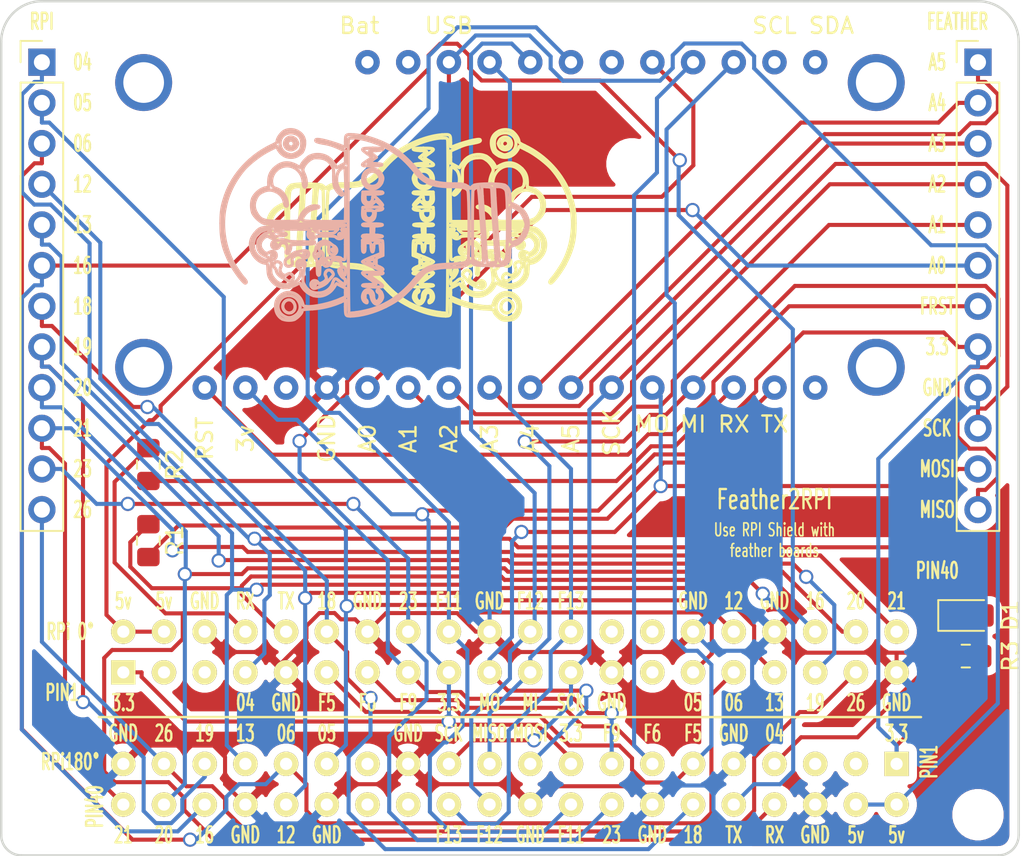
<source format=kicad_pcb>
(kicad_pcb (version 20171130) (host pcbnew "(5.1.6)-1")
  (layers (0 F.Cu signal) (31 B.Cu signal) (34 B.Paste user) (35 F.Paste user) (36 B.SilkS user) (37 F.SilkS user) (38 B.Mask user) (39 F.Mask user) (44 Edge.Cuts user))
  (net 0 "")
  (net 1 GND)
  (net 2 3.3v)
  (net 3 /5v)
  (net 4 /RX)
  (net 5 /TX)
  (net 6 "Net-(R1-Pad2)")
  (net 7 "Net-(R2-Pad2)")
  (net 8 /MISO)
  (net 9 /MOSI)
  (net 10 /SCK)
  (net 11 "Net-(D1-Pad2)")
  (net 12 /FRST)
  (net 13 /A0)
  (net 14 /A1)
  (net 15 /A2)
  (net 16 /A3)
  (net 17 /A4)
  (net 18 /A5)
  (net 19 /GPIO4)
  (net 20 /GPIO5)
  (net 21 /GPIO6)
  (net 22 /GPIO12)
  (net 23 /GPIO13)
  (net 24 /GPIO16)
  (net 25 /GPIO18)
  (net 26 /GPIO19)
  (net 27 /GPIO20)
  (net 28 /GPIO21)
  (net 29 /GPIO23)
  (net 30 /GPIO26)
  (net 31 /F5)
  (net 32 /F6)
  (net 33 /F9)
  (net 34 /F11)
  (net 35 /F12)
  (net 36 /F13)
  (module 18650:LOGOMORH (layer B.Cu) (at 145.85188 57.58942 270)
    (fp_text reference REF** hide)
    (fp_text value LOGOMORH)
  )
  (module 18650:LOGOMORH (layer F.Cu) (at 124.26188 57.58942 270)
    (fp_text reference REF** hide)
    (fp_text value LOGOMORH)
  )
  (module MountingHole:MountingHole_2.2mm_M2 (layer F.Cu) (at 149.662 53.7794)
    (fp_text reference REF34 hide)
    (fp_text value MountingHole_2.2mm_M2)
    (pad 1 np_thru_hole circle (at 0 0) (size 2.2 2.2) (drill 2.2) (layers *.Cu *.Mask))
  )
  (module MountingHole:MountingHole_2.2mm_M2 (layer F.Cu) (at 126.802 48.6994)
    (fp_text reference REF33 hide)
    (fp_text value MountingHole_2.2mm_M2)
    (pad 1 np_thru_hole circle (at 0 0) (size 2.2 2.2) (drill 2.2) (layers *.Cu *.Mask))
  )
  (module MountingHole:MountingHole_2.2mm_M2 (layer F.Cu) (at 171.252 94.4194)
    (fp_text reference REF11 hide)
    (fp_text value MountingHole_2.2mm_M2)
    (pad 1 np_thru_hole circle (at 0 0) (size 2.2 2.2) (drill 2.2) (layers *.Cu *.Mask))
  )
  (module MountingHole:MountingHole_2.2mm_M2 (layer F.Cu) (at 112.832 94.4194)
    (fp_text reference REF22 hide)
    (fp_text value MountingHole_2.2mm_M2)
    (pad 1 np_thru_hole circle (at 0 0) (size 2.2 2.2) (drill 2.2) (layers *.Cu *.Mask))
  )
  (module mysensors_radios:PHAT (layer F.Cu) (at 166.172 92.5144 270)
    (fp_text reference PI2 hide)
    (fp_text value BPLUS_GPIO)
    (pad 40 thru_hole circle (at 1.27 48.26 270) (size 1.524 1.524) (drill 0.762) (layers *.Cu *.Mask F.SilkS) (net 28 /GPIO21))
    (pad 39 thru_hole circle (at -1.27 48.26 270) (size 1.524 1.524) (drill 0.762) (layers *.Cu *.Mask F.SilkS) (net 1 GND))
    (pad 38 thru_hole circle (at 1.27 45.72 270) (size 1.524 1.524) (drill 0.762) (layers *.Cu *.Mask F.SilkS) (net 27 /GPIO20))
    (pad 37 thru_hole circle (at -1.27 45.72 270) (size 1.524 1.524) (drill 0.762) (layers *.Cu *.Mask F.SilkS) (net 30 /GPIO26))
    (pad 36 thru_hole circle (at 1.27 43.18 270) (size 1.524 1.524) (drill 0.762) (layers *.Cu *.Mask F.SilkS) (net 24 /GPIO16))
    (pad 35 thru_hole circle (at -1.27 43.18 270) (size 1.524 1.524) (drill 0.762) (layers *.Cu *.Mask F.SilkS) (net 26 /GPIO19))
    (pad 34 thru_hole circle (at 1.27 40.64 270) (size 1.524 1.524) (drill 0.762) (layers *.Cu *.Mask F.SilkS) (net 1 GND))
    (pad 33 thru_hole circle (at -1.27 40.64 270) (size 1.524 1.524) (drill 0.762) (layers *.Cu *.Mask F.SilkS) (net 23 /GPIO13))
    (pad 32 thru_hole circle (at 1.27 38.1 270) (size 1.524 1.524) (drill 0.762) (layers *.Cu *.Mask F.SilkS) (net 22 /GPIO12))
    (pad 31 thru_hole circle (at -1.27 38.1 270) (size 1.524 1.524) (drill 0.762) (layers *.Cu *.Mask F.SilkS) (net 21 /GPIO6))
    (pad 30 thru_hole circle (at 1.27 35.56 270) (size 1.524 1.524) (drill 0.762) (layers *.Cu *.Mask F.SilkS) (net 1 GND))
    (pad 29 thru_hole circle (at -1.27 35.56 270) (size 1.524 1.524) (drill 0.762) (layers *.Cu *.Mask F.SilkS) (net 20 /GPIO5))
    (pad 28 thru_hole circle (at 1.27 33.02 270) (size 1.524 1.524) (drill 0.762) (layers *.Cu *.Mask F.SilkS))
    (pad 27 thru_hole circle (at -1.27 33.02 270) (size 1.524 1.524) (drill 0.762) (layers *.Cu *.Mask F.SilkS))
    (pad 26 thru_hole circle (at 1.27 30.48 270) (size 1.524 1.524) (drill 0.762) (layers *.Cu *.Mask F.SilkS))
    (pad 25 thru_hole circle (at -1.27 30.48 270) (size 1.524 1.524) (drill 0.762) (layers *.Cu *.Mask F.SilkS) (net 1 GND))
    (pad 24 thru_hole circle (at 1.27 27.94 270) (size 1.524 1.524) (drill 0.762) (layers *.Cu *.Mask F.SilkS) (net 36 /F13))
    (pad 23 thru_hole circle (at -1.27 27.94 270) (size 1.524 1.524) (drill 0.762) (layers *.Cu *.Mask F.SilkS) (net 10 /SCK))
    (pad 22 thru_hole circle (at 1.27 25.4 270) (size 1.524 1.524) (drill 0.762) (layers *.Cu *.Mask F.SilkS) (net 35 /F12))
    (pad 21 thru_hole circle (at -1.27 25.4 270) (size 1.524 1.524) (drill 0.762) (layers *.Cu *.Mask F.SilkS) (net 8 /MISO))
    (pad 20 thru_hole circle (at 1.27 22.86 270) (size 1.524 1.524) (drill 0.762) (layers *.Cu *.Mask F.SilkS) (net 1 GND))
    (pad 19 thru_hole circle (at -1.27 22.86 270) (size 1.524 1.524) (drill 0.762) (layers *.Cu *.Mask F.SilkS) (net 9 /MOSI))
    (pad 18 thru_hole circle (at 1.27 20.32 270) (size 1.524 1.524) (drill 0.762) (layers *.Cu *.Mask F.SilkS) (net 34 /F11))
    (pad 17 thru_hole circle (at -1.27 20.32 270) (size 1.524 1.524) (drill 0.762) (layers *.Cu *.Mask F.SilkS) (net 2 3.3v))
    (pad 16 thru_hole circle (at 1.27 17.78 270) (size 1.524 1.524) (drill 0.762) (layers *.Cu *.Mask F.SilkS) (net 29 /GPIO23))
    (pad 15 thru_hole circle (at -1.27 17.78 270) (size 1.524 1.524) (drill 0.762) (layers *.Cu *.Mask F.SilkS) (net 33 /F9))
    (pad 14 thru_hole circle (at 1.27 15.24 270) (size 1.524 1.524) (drill 0.762) (layers *.Cu *.Mask F.SilkS) (net 1 GND))
    (pad 13 thru_hole circle (at -1.27 15.24 270) (size 1.524 1.524) (drill 0.762) (layers *.Cu *.Mask F.SilkS) (net 32 /F6))
    (pad 12 thru_hole circle (at 1.27 12.7 270) (size 1.524 1.524) (drill 0.762) (layers *.Cu *.Mask F.SilkS) (net 25 /GPIO18))
    (pad 11 thru_hole circle (at -1.27 12.7 270) (size 1.524 1.524) (drill 0.762) (layers *.Cu *.Mask F.SilkS) (net 31 /F5))
    (pad 10 thru_hole circle (at 1.27 10.16 270) (size 1.524 1.524) (drill 0.762) (layers *.Cu *.Mask F.SilkS) (net 5 /TX))
    (pad 9 thru_hole circle (at -1.27 10.16 270) (size 1.524 1.524) (drill 0.762) (layers *.Cu *.Mask F.SilkS) (net 1 GND))
    (pad 8 thru_hole circle (at 1.27 7.62 270) (size 1.524 1.524) (drill 0.762) (layers *.Cu *.Mask F.SilkS) (net 4 /RX))
    (pad 7 thru_hole circle (at -1.27 7.62 270) (size 1.524 1.524) (drill 0.762) (layers *.Cu *.Mask F.SilkS) (net 19 /GPIO4))
    (pad 6 thru_hole circle (at 1.27 5.08 270) (size 1.524 1.524) (drill 0.762) (layers *.Cu *.Mask F.SilkS) (net 1 GND))
    (pad 5 thru_hole circle (at -1.27 5.08 270) (size 1.524 1.524) (drill 0.762) (layers *.Cu *.Mask F.SilkS))
    (pad 4 thru_hole circle (at 1.27 2.54 270) (size 1.524 1.524) (drill 0.762) (layers *.Cu *.Mask F.SilkS) (net 3 /5v))
    (pad 3 thru_hole circle (at -1.27 2.54 270) (size 1.524 1.524) (drill 0.762) (layers *.Cu *.Mask F.SilkS))
    (pad 2 thru_hole circle (at 1.27 0 270) (size 1.524 1.524) (drill 0.762) (layers *.Cu *.Mask F.SilkS) (net 3 /5v))
    (pad 1 thru_hole rect (at -1.27 0 270) (size 1.524 1.524) (drill 0.762) (layers *.Cu *.Mask F.SilkS) (net 2 3.3v))
  )
  (module 18650:PCB_FeatherWing (layer F.Cu) (at 142.042 57.5894)
    (fp_text reference U1)
    (fp_text value FeatherFP)
    (pad "" np_thru_hole circle (at 22.86 8.89) (size 3.556 3.556) (drill 2.54) (layers *.Cu *.Mask))
    (pad "" np_thru_hole circle (at -22.86 8.89) (size 3.556 3.556) (drill 2.54) (layers *.Cu *.Mask))
    (pad "" np_thru_hole circle (at 22.86 -8.89) (size 3.556 3.556) (drill 2.54) (layers *.Cu *.Mask))
    (pad "" np_thru_hole circle (at -22.86 -8.89) (size 3.556 3.556) (drill 2.54) (layers *.Cu *.Mask))
    (pad 1 thru_hole circle (at 19.05 -10.16) (size 1.524 1.524) (drill 0.762) (layers *.Cu *.Mask))
    (pad 2 thru_hole circle (at 16.51 -10.16) (size 1.524 1.524) (drill 0.762) (layers *.Cu *.Mask))
    (pad 3 thru_hole circle (at 13.97 -10.16) (size 1.524 1.524) (drill 0.762) (layers *.Cu *.Mask) (net 31 /F5))
    (pad 4 thru_hole circle (at 11.43 -10.16) (size 1.524 1.524) (drill 0.762) (layers *.Cu *.Mask) (net 32 /F6))
    (pad 5 thru_hole circle (at 8.89 -10.16) (size 1.524 1.524) (drill 0.762) (layers *.Cu *.Mask) (net 33 /F9))
    (pad 6 thru_hole circle (at 6.35 -10.16) (size 1.524 1.524) (drill 0.762) (layers *.Cu *.Mask))
    (pad 7 thru_hole circle (at 3.81 -10.16) (size 1.524 1.524) (drill 0.762) (layers *.Cu *.Mask) (net 34 /F11))
    (pad 8 thru_hole circle (at 1.27 -10.16) (size 1.524 1.524) (drill 0.762) (layers *.Cu *.Mask) (net 35 /F12))
    (pad 9 thru_hole circle (at -1.27 -10.16) (size 1.524 1.524) (drill 0.762) (layers *.Cu *.Mask) (net 36 /F13))
    (pad 10 thru_hole circle (at -3.81 -10.16) (size 1.524 1.524) (drill 0.762) (layers *.Cu *.Mask) (net 3 /5v))
    (pad 11 thru_hole circle (at -6.35 -10.16) (size 1.524 1.524) (drill 0.762) (layers *.Cu *.Mask))
    (pad 12 thru_hole circle (at -8.89 -10.16) (size 1.524 1.524) (drill 0.762) (layers *.Cu *.Mask))
    (pad 13 thru_hole circle (at 19.05 10.16) (size 1.524 1.524) (drill 0.762) (layers *.Cu *.Mask))
    (pad 14 thru_hole circle (at 16.51 10.16) (size 1.524 1.524) (drill 0.762) (layers *.Cu *.Mask) (net 6 "Net-(R1-Pad2)"))
    (pad 15 thru_hole circle (at 13.97 10.16) (size 1.524 1.524) (drill 0.762) (layers *.Cu *.Mask) (net 7 "Net-(R2-Pad2)"))
    (pad 16 thru_hole circle (at 11.43 10.16) (size 1.524 1.524) (drill 0.762) (layers *.Cu *.Mask) (net 8 /MISO))
    (pad 17 thru_hole circle (at 8.89 10.16) (size 1.524 1.524) (drill 0.762) (layers *.Cu *.Mask) (net 9 /MOSI))
    (pad 18 thru_hole circle (at 6.35 10.16) (size 1.524 1.524) (drill 0.762) (layers *.Cu *.Mask) (net 10 /SCK))
    (pad 19 thru_hole circle (at 3.81 10.16) (size 1.524 1.524) (drill 0.762) (layers *.Cu *.Mask) (net 18 /A5))
    (pad 20 thru_hole circle (at 1.27 10.16) (size 1.524 1.524) (drill 0.762) (layers *.Cu *.Mask) (net 17 /A4))
    (pad 21 thru_hole circle (at -1.27 10.16) (size 1.524 1.524) (drill 0.762) (layers *.Cu *.Mask) (net 16 /A3))
    (pad 22 thru_hole circle (at -3.81 10.16) (size 1.524 1.524) (drill 0.762) (layers *.Cu *.Mask) (net 15 /A2))
    (pad 23 thru_hole circle (at -6.35 10.16) (size 1.524 1.524) (drill 0.762) (layers *.Cu *.Mask) (net 14 /A1))
    (pad 24 thru_hole circle (at -8.89 10.16) (size 1.524 1.524) (drill 0.762) (layers *.Cu *.Mask) (net 13 /A0))
    (pad 25 thru_hole circle (at -11.43 10.16) (size 1.524 1.524) (drill 0.762) (layers *.Cu *.Mask) (net 1 GND))
    (pad 26 thru_hole circle (at -13.97 10.16) (size 1.524 1.524) (drill 0.762) (layers *.Cu *.Mask))
    (pad 27 thru_hole circle (at -16.51 10.16) (size 1.524 1.524) (drill 0.762) (layers *.Cu *.Mask) (net 2 3.3v))
    (pad 28 thru_hole circle (at -19.05 10.16) (size 1.524 1.524) (drill 0.762) (layers *.Cu *.Mask) (net 12 /FRST))
  )
  (module mysensors_radios:PHAT (layer F.Cu) (at 117.912 84.2594 90)
    (fp_text reference PI1 hide)
    (fp_text value BPLUS_GPIO)
    (pad 1 thru_hole rect (at -1.27 0 90) (size 1.524 1.524) (drill 0.762) (layers *.Cu *.Mask F.SilkS) (net 2 3.3v))
    (pad 2 thru_hole circle (at 1.27 0 90) (size 1.524 1.524) (drill 0.762) (layers *.Cu *.Mask F.SilkS) (net 3 /5v))
    (pad 3 thru_hole circle (at -1.27 2.54 90) (size 1.524 1.524) (drill 0.762) (layers *.Cu *.Mask F.SilkS))
    (pad 4 thru_hole circle (at 1.27 2.54 90) (size 1.524 1.524) (drill 0.762) (layers *.Cu *.Mask F.SilkS) (net 3 /5v))
    (pad 5 thru_hole circle (at -1.27 5.08 90) (size 1.524 1.524) (drill 0.762) (layers *.Cu *.Mask F.SilkS))
    (pad 6 thru_hole circle (at 1.27 5.08 90) (size 1.524 1.524) (drill 0.762) (layers *.Cu *.Mask F.SilkS) (net 1 GND))
    (pad 7 thru_hole circle (at -1.27 7.62 90) (size 1.524 1.524) (drill 0.762) (layers *.Cu *.Mask F.SilkS) (net 19 /GPIO4))
    (pad 8 thru_hole circle (at 1.27 7.62 90) (size 1.524 1.524) (drill 0.762) (layers *.Cu *.Mask F.SilkS) (net 4 /RX))
    (pad 9 thru_hole circle (at -1.27 10.16 90) (size 1.524 1.524) (drill 0.762) (layers *.Cu *.Mask F.SilkS) (net 1 GND))
    (pad 10 thru_hole circle (at 1.27 10.16 90) (size 1.524 1.524) (drill 0.762) (layers *.Cu *.Mask F.SilkS) (net 5 /TX))
    (pad 11 thru_hole circle (at -1.27 12.7 90) (size 1.524 1.524) (drill 0.762) (layers *.Cu *.Mask F.SilkS) (net 31 /F5))
    (pad 12 thru_hole circle (at 1.27 12.7 90) (size 1.524 1.524) (drill 0.762) (layers *.Cu *.Mask F.SilkS) (net 25 /GPIO18))
    (pad 13 thru_hole circle (at -1.27 15.24 90) (size 1.524 1.524) (drill 0.762) (layers *.Cu *.Mask F.SilkS) (net 32 /F6))
    (pad 14 thru_hole circle (at 1.27 15.24 90) (size 1.524 1.524) (drill 0.762) (layers *.Cu *.Mask F.SilkS) (net 1 GND))
    (pad 15 thru_hole circle (at -1.27 17.78 90) (size 1.524 1.524) (drill 0.762) (layers *.Cu *.Mask F.SilkS) (net 33 /F9))
    (pad 16 thru_hole circle (at 1.27 17.78 90) (size 1.524 1.524) (drill 0.762) (layers *.Cu *.Mask F.SilkS) (net 29 /GPIO23))
    (pad 17 thru_hole circle (at -1.27 20.32 90) (size 1.524 1.524) (drill 0.762) (layers *.Cu *.Mask F.SilkS) (net 2 3.3v))
    (pad 18 thru_hole circle (at 1.27 20.32 90) (size 1.524 1.524) (drill 0.762) (layers *.Cu *.Mask F.SilkS) (net 34 /F11))
    (pad 19 thru_hole circle (at -1.27 22.86 90) (size 1.524 1.524) (drill 0.762) (layers *.Cu *.Mask F.SilkS) (net 9 /MOSI))
    (pad 20 thru_hole circle (at 1.27 22.86 90) (size 1.524 1.524) (drill 0.762) (layers *.Cu *.Mask F.SilkS) (net 1 GND))
    (pad 21 thru_hole circle (at -1.27 25.4 90) (size 1.524 1.524) (drill 0.762) (layers *.Cu *.Mask F.SilkS) (net 8 /MISO))
    (pad 22 thru_hole circle (at 1.27 25.4 90) (size 1.524 1.524) (drill 0.762) (layers *.Cu *.Mask F.SilkS) (net 35 /F12))
    (pad 23 thru_hole circle (at -1.27 27.94 90) (size 1.524 1.524) (drill 0.762) (layers *.Cu *.Mask F.SilkS) (net 10 /SCK))
    (pad 24 thru_hole circle (at 1.27 27.94 90) (size 1.524 1.524) (drill 0.762) (layers *.Cu *.Mask F.SilkS) (net 36 /F13))
    (pad 25 thru_hole circle (at -1.27 30.48 90) (size 1.524 1.524) (drill 0.762) (layers *.Cu *.Mask F.SilkS) (net 1 GND))
    (pad 26 thru_hole circle (at 1.27 30.48 90) (size 1.524 1.524) (drill 0.762) (layers *.Cu *.Mask F.SilkS))
    (pad 27 thru_hole circle (at -1.27 33.02 90) (size 1.524 1.524) (drill 0.762) (layers *.Cu *.Mask F.SilkS))
    (pad 28 thru_hole circle (at 1.27 33.02 90) (size 1.524 1.524) (drill 0.762) (layers *.Cu *.Mask F.SilkS))
    (pad 29 thru_hole circle (at -1.27 35.56 90) (size 1.524 1.524) (drill 0.762) (layers *.Cu *.Mask F.SilkS) (net 20 /GPIO5))
    (pad 30 thru_hole circle (at 1.27 35.56 90) (size 1.524 1.524) (drill 0.762) (layers *.Cu *.Mask F.SilkS) (net 1 GND))
    (pad 31 thru_hole circle (at -1.27 38.1 90) (size 1.524 1.524) (drill 0.762) (layers *.Cu *.Mask F.SilkS) (net 21 /GPIO6))
    (pad 32 thru_hole circle (at 1.27 38.1 90) (size 1.524 1.524) (drill 0.762) (layers *.Cu *.Mask F.SilkS) (net 22 /GPIO12))
    (pad 33 thru_hole circle (at -1.27 40.64 90) (size 1.524 1.524) (drill 0.762) (layers *.Cu *.Mask F.SilkS) (net 23 /GPIO13))
    (pad 34 thru_hole circle (at 1.27 40.64 90) (size 1.524 1.524) (drill 0.762) (layers *.Cu *.Mask F.SilkS) (net 1 GND))
    (pad 35 thru_hole circle (at -1.27 43.18 90) (size 1.524 1.524) (drill 0.762) (layers *.Cu *.Mask F.SilkS) (net 26 /GPIO19))
    (pad 36 thru_hole circle (at 1.27 43.18 90) (size 1.524 1.524) (drill 0.762) (layers *.Cu *.Mask F.SilkS) (net 24 /GPIO16))
    (pad 37 thru_hole circle (at -1.27 45.72 90) (size 1.524 1.524) (drill 0.762) (layers *.Cu *.Mask F.SilkS) (net 30 /GPIO26))
    (pad 38 thru_hole circle (at 1.27 45.72 90) (size 1.524 1.524) (drill 0.762) (layers *.Cu *.Mask F.SilkS) (net 27 /GPIO20))
    (pad 39 thru_hole circle (at -1.27 48.26 90) (size 1.524 1.524) (drill 0.762) (layers *.Cu *.Mask F.SilkS) (net 1 GND))
    (pad 40 thru_hole circle (at 1.27 48.26 90) (size 1.524 1.524) (drill 0.762) (layers *.Cu *.Mask F.SilkS) (net 28 /GPIO21))
  )
  (module Resistor_SMD:R_0805_2012Metric_Pad1.15x1.40mm_HandSolder (layer F.Cu) (at 119.477 77.3044 270)
    (fp_text reference R1 (at 0 -1.65 270) (layer F.SilkS))
    (fp_text value 22R)
    (pad 1 smd roundrect (at -1.025 0 270) (size 1.15 1.4) (layers F.Cu F.Paste F.Mask) (roundrect_rratio 0.217391) (net 5 /TX))
    (pad 2 smd roundrect (at 1.025 0 270) (size 1.15 1.4) (layers F.Cu F.Paste F.Mask) (roundrect_rratio 0.217391) (net 6 "Net-(R1-Pad2)"))
  )
  (module Resistor_SMD:R_0805_2012Metric_Pad1.15x1.40mm_HandSolder (layer F.Cu) (at 119.477 72.5544 270)
    (fp_text reference R2 (at 0 -1.65 270) (layer F.SilkS))
    (fp_text value 22R)
    (pad 2 smd roundrect (at 1.025 0 270) (size 1.15 1.4) (layers F.Cu F.Paste F.Mask) (roundrect_rratio 0.217391) (net 7 "Net-(R2-Pad2)"))
    (pad 1 smd roundrect (at -1.025 0 270) (size 1.15 1.4) (layers F.Cu F.Paste F.Mask) (roundrect_rratio 0.217391) (net 4 /RX))
  )
  (module LED_SMD:LED_0805_2012Metric_Pad1.15x1.40mm_HandSolder (layer F.Cu) (at 170.632 81.9774)
    (fp_text reference D1 (at 2.651999 -0.004001 90) (layer F.SilkS))
    (fp_text value LED_Small)
    (pad 1 smd roundrect (at -1.025 0) (size 1.15 1.4) (layers F.Cu F.Paste F.Mask) (roundrect_rratio 0.217391) (net 1 GND))
    (pad 2 smd roundrect (at 1.025 0) (size 1.15 1.4) (layers F.Cu F.Paste F.Mask) (roundrect_rratio 0.217391) (net 11 "Net-(D1-Pad2)"))
  )
  (module Resistor_SMD:R_0805_2012Metric_Pad1.15x1.40mm_HandSolder (layer F.Cu) (at 170.49 84.5134)
    (fp_text reference R3 (at 2.794 0 90) (layer F.SilkS))
    (fp_text value 330)
    (pad 1 smd roundrect (at -1.025 0) (size 1.15 1.4) (layers F.Cu F.Paste F.Mask) (roundrect_rratio 0.217391) (net 2 3.3v))
    (pad 2 smd roundrect (at 1.025 0) (size 1.15 1.4) (layers F.Cu F.Paste F.Mask) (roundrect_rratio 0.217391) (net 11 "Net-(D1-Pad2)"))
  )
  (module Connector_PinHeader_2.54mm:PinHeader_1x12_P2.54mm_Vertical (layer F.Cu) (at 171.252 47.4294)
    (fp_text reference J1 hide)
    (fp_text value FeatherGpIO)
    (pad 12 thru_hole oval (at 0 27.94) (size 1.7 1.7) (drill 1) (layers *.Cu *.Mask) (net 8 /MISO))
    (pad 11 thru_hole oval (at 0 25.4) (size 1.7 1.7) (drill 1) (layers *.Cu *.Mask) (net 9 /MOSI))
    (pad 10 thru_hole oval (at 0 22.86) (size 1.7 1.7) (drill 1) (layers *.Cu *.Mask) (net 10 /SCK))
    (pad 9 thru_hole oval (at 0 20.32) (size 1.7 1.7) (drill 1) (layers *.Cu *.Mask) (net 1 GND))
    (pad 8 thru_hole oval (at 0 17.78) (size 1.7 1.7) (drill 1) (layers *.Cu *.Mask) (net 2 3.3v))
    (pad 7 thru_hole oval (at 0 15.24) (size 1.7 1.7) (drill 1) (layers *.Cu *.Mask) (net 12 /FRST))
    (pad 6 thru_hole oval (at 0 12.7) (size 1.7 1.7) (drill 1) (layers *.Cu *.Mask) (net 13 /A0))
    (pad 5 thru_hole oval (at 0 10.16) (size 1.7 1.7) (drill 1) (layers *.Cu *.Mask) (net 14 /A1))
    (pad 4 thru_hole oval (at 0 7.62) (size 1.7 1.7) (drill 1) (layers *.Cu *.Mask) (net 15 /A2))
    (pad 3 thru_hole oval (at 0 5.08) (size 1.7 1.7) (drill 1) (layers *.Cu *.Mask) (net 16 /A3))
    (pad 2 thru_hole oval (at 0 2.54) (size 1.7 1.7) (drill 1) (layers *.Cu *.Mask) (net 17 /A4))
    (pad 1 thru_hole rect (at 0 0) (size 1.7 1.7) (drill 1) (layers *.Cu *.Mask) (net 18 /A5))
  )
  (module Connector_PinHeader_2.54mm:PinHeader_1x12_P2.54mm_Vertical (layer F.Cu) (at 112.832 47.4294)
    (fp_text reference J2 hide)
    (fp_text value Conn_01x12_Female)
    (pad 1 thru_hole rect (at 0 0) (size 1.7 1.7) (drill 1) (layers *.Cu *.Mask) (net 19 /GPIO4))
    (pad 2 thru_hole oval (at 0 2.54) (size 1.7 1.7) (drill 1) (layers *.Cu *.Mask) (net 20 /GPIO5))
    (pad 3 thru_hole oval (at 0 5.08) (size 1.7 1.7) (drill 1) (layers *.Cu *.Mask) (net 21 /GPIO6))
    (pad 4 thru_hole oval (at 0 7.62) (size 1.7 1.7) (drill 1) (layers *.Cu *.Mask) (net 22 /GPIO12))
    (pad 5 thru_hole oval (at 0 10.16) (size 1.7 1.7) (drill 1) (layers *.Cu *.Mask) (net 23 /GPIO13))
    (pad 6 thru_hole oval (at 0 12.7) (size 1.7 1.7) (drill 1) (layers *.Cu *.Mask) (net 24 /GPIO16))
    (pad 7 thru_hole oval (at 0 15.24) (size 1.7 1.7) (drill 1) (layers *.Cu *.Mask) (net 25 /GPIO18))
    (pad 8 thru_hole oval (at 0 17.78) (size 1.7 1.7) (drill 1) (layers *.Cu *.Mask) (net 26 /GPIO19))
    (pad 9 thru_hole oval (at 0 20.32) (size 1.7 1.7) (drill 1) (layers *.Cu *.Mask) (net 27 /GPIO20))
    (pad 10 thru_hole oval (at 0 22.86) (size 1.7 1.7) (drill 1) (layers *.Cu *.Mask) (net 28 /GPIO21))
    (pad 11 thru_hole oval (at 0 25.4) (size 1.7 1.7) (drill 1) (layers *.Cu *.Mask) (net 29 /GPIO23))
    (pad 12 thru_hole oval (at 0 27.94) (size 1.7 1.7) (drill 1) (layers *.Cu *.Mask) (net 30 /GPIO26))
  )
  (gr_text "RPi 0°" (at 114.60988 82.98942) (layer F.SilkS) (effects (font (size 1 0.6))))
  (gr_line (start 116.38788 88.32342) (end 167.69588 88.32342) (layer F.SilkS) (width 0.15))
  (gr_text 04 (at 158.55188 89.33942) (layer F.SilkS) (effects (font (size 1 0.6))))
  (gr_text F5 (at 153.47188 89.33942) (layer F.SilkS) (effects (font (size 1 0.6))))
  (gr_text F6 (at 150.93188 89.33942) (layer F.SilkS) (effects (font (size 1 0.6))))
  (gr_text F9 (at 148.39188 89.33942) (layer F.SilkS) (effects (font (size 1 0.6))))
  (gr_text 3.3 (at 145.85188 89.33942) (layer F.SilkS) (effects (font (size 1 0.6))))
  (gr_text MOSI (at 143.31188 89.33942) (layer F.SilkS) (effects (font (size 1 0.6))))
  (gr_text MISO (at 140.77188 89.33942) (layer F.SilkS) (effects (font (size 1 0.6))))
  (gr_text SCK (at 138.23188 89.33942) (layer F.SilkS) (effects (font (size 1 0.6))))
  (gr_text 05 (at 130.61188 89.33942) (layer F.SilkS) (effects (font (size 1 0.6))))
  (gr_text 06 (at 128.07188 89.33942) (layer F.SilkS) (effects (font (size 1 0.6))))
  (gr_text 13 (at 125.53188 89.33942) (layer F.SilkS) (effects (font (size 1 0.6))))
  (gr_text 19 (at 122.99188 89.33942) (layer F.SilkS) (effects (font (size 1 0.6))))
  (gr_text 26 (at 120.45188 89.33942) (layer F.SilkS) (effects (font (size 1 0.6))))
  (gr_text 21 (at 117.91188 95.68942) (layer F.SilkS) (effects (font (size 1 0.6))))
  (gr_text 20 (at 120.45188 95.68942) (layer F.SilkS) (effects (font (size 1 0.6))))
  (gr_text 16 (at 122.99188 95.68942) (layer F.SilkS) (effects (font (size 1 0.6))))
  (gr_text 12 (at 128.07188 95.68942) (layer F.SilkS) (effects (font (size 1 0.6))))
  (gr_text F13 (at 138.23188 95.68942) (layer F.SilkS) (effects (font (size 1 0.6))))
  (gr_text F12 (at 140.77188 95.68942) (layer F.SilkS) (effects (font (size 1 0.6))))
  (gr_text GND (at 143.31188 95.68942) (layer F.SilkS) (effects (font (size 1 0.6))))
  (gr_text F11 (at 145.85188 95.68942) (layer F.SilkS) (effects (font (size 1 0.6))))
  (gr_text 23 (at 148.39188 95.68942) (layer F.SilkS) (effects (font (size 1 0.6))))
  (gr_text 18 (at 153.47188 95.68942) (layer F.SilkS) (effects (font (size 1 0.6))))
  (gr_text TX (at 156.01188 95.68942) (layer F.SilkS) (effects (font (size 1 0.6))))
  (gr_text RX (at 158.55188 95.68942) (layer F.SilkS) (effects (font (size 1 0.6))))
  (gr_text 3.3 (at 166.17188 89.33942) (layer F.SilkS) (effects (font (size 1 0.6))))
  (gr_text 5v (at 166.17188 95.68942) (layer F.SilkS) (effects (font (size 1 0.6))))
  (gr_text 5v (at 163.63188 95.68942) (layer F.SilkS) (effects (font (size 1 0.6))))
  (gr_text GND (at 135.69188 89.33942) (layer F.SilkS) (effects (font (size 1 0.6))))
  (gr_text GND (at 156.01188 89.33942) (layer F.SilkS) (effects (font (size 1 0.6))))
  (gr_text GND (at 161.09188 95.68942) (layer F.SilkS) (effects (font (size 1 0.6))))
  (gr_text GND (at 150.93188 95.68942) (layer F.SilkS) (effects (font (size 1 0.6))))
  (gr_text GND (at 130.61188 95.68942) (layer F.SilkS) (effects (font (size 1 0.6))))
  (gr_text GND (at 125.53188 95.68942) (layer F.SilkS) (effects (font (size 1 0.6))))
  (gr_text GND (at 117.91188 89.33942) (layer F.SilkS) (effects (font (size 1 0.6))))
  (gr_arc (start 172.52188 95.68942) (end 172.52188 96.95942) (angle -90) (layer Edge.Cuts) (width 0.15))
  (gr_arc (start 111.56188 95.68942) (end 110.29188 95.68942) (angle -90) (layer Edge.Cuts) (width 0.15))
  (gr_line (start 110.29188 95.68942) (end 110.29188 86.79942) (layer Edge.Cuts) (width 0.15))
  (gr_line (start 172.52188 96.95942) (end 111.56188 96.95942) (layer Edge.Cuts) (width 0.15))
  (gr_line (start 173.79188 86.79942) (end 173.79188 95.68942) (layer Edge.Cuts) (width 0.15))
  (gr_text RPi180° (at 114.60988 91.11742) (layer F.SilkS) (effects (font (size 1 0.6))))
  (gr_text PIN40 (at 116.13388 93.91142 90) (layer F.SilkS) (effects (font (size 1 0.6))))
  (gr_text PIN1 (at 168.20388 91.11742 90) (layer F.SilkS) (effects (font (size 1 0.6))))
  (gr_text "Use RPI Shield with\nfeather boards" (at 158.55188 77.27442) (layer F.SilkS) (effects (font (size 0.8 0.5) (thickness 0.1))))
  (gr_text Feather2RPI (at 158.55188 74.73442) (layer F.SilkS) (effects (font (size 1.2 0.8))))
  (gr_text FEATHER (at 169.98188 44.88942) (layer F.SilkS) (effects (font (size 1 0.6))))
  (gr_text RPI (at 112.83188 44.88942) (layer F.SilkS) (effects (font (size 1 0.6))))
  (gr_text PIN1 (at 114.10188 86.79942) (layer F.SilkS) (effects (font (size 1 0.6))))
  (gr_text MISO (at 168.71188 75.36942) (layer F.SilkS) (effects (font (size 1 0.6))))
  (gr_text MOSI (at 168.71188 72.82942) (layer F.SilkS) (effects (font (size 1 0.6))))
  (gr_text SCK (at 168.71188 70.28942) (layer F.SilkS) (effects (font (size 1 0.6))))
  (gr_text GND (at 168.71188 67.74942) (layer F.SilkS) (effects (font (size 1 0.6))))
  (gr_text 3.3 (at 168.71188 65.20942) (layer F.SilkS) (effects (font (size 1 0.6))))
  (gr_text FRST (at 168.71188 62.66942) (layer F.SilkS) (effects (font (size 1 0.6))))
  (gr_text A0 (at 168.71188 60.12942) (layer F.SilkS) (effects (font (size 1 0.6))))
  (gr_text A1 (at 168.71188 57.58942) (layer F.SilkS) (effects (font (size 1 0.6))))
  (gr_text A2 (at 168.71188 55.04942) (layer F.SilkS) (effects (font (size 1 0.6))))
  (gr_text A3 (at 168.71188 52.50942) (layer F.SilkS) (effects (font (size 1 0.6))))
  (gr_text A4 (at 168.71188 49.96942) (layer F.SilkS) (effects (font (size 1 0.6))))
  (gr_text A5 (at 168.71188 47.42942) (layer F.SilkS) (effects (font (size 1 0.6))))
  (gr_text 04 (at 115.37188 47.42942) (layer F.SilkS) (effects (font (size 1 0.6))))
  (gr_text 26 (at 115.37188 75.36942) (layer F.SilkS) (effects (font (size 1 0.6))))
  (gr_text 23 (at 115.37188 72.82942) (layer F.SilkS) (effects (font (size 1 0.6))))
  (gr_text 21 (at 115.37188 70.28942) (layer F.SilkS) (effects (font (size 1 0.6))))
  (gr_text 20 (at 115.37188 67.74942) (layer F.SilkS) (effects (font (size 1 0.6))))
  (gr_text 19 (at 115.37188 65.20942) (layer F.SilkS) (effects (font (size 1 0.6))))
  (gr_text 18 (at 115.37188 62.66942) (layer F.SilkS) (effects (font (size 1 0.6))))
  (gr_text 16 (at 115.37188 60.12942) (layer F.SilkS) (effects (font (size 1 0.6))))
  (gr_text 13 (at 115.37188 57.58942) (layer F.SilkS) (effects (font (size 1 0.6))))
  (gr_text 12 (at 115.37188 55.04942) (layer F.SilkS) (effects (font (size 1 0.6))))
  (gr_text 06 (at 115.37188 52.50942) (layer F.SilkS) (effects (font (size 1 0.6))))
  (gr_text 05 (at 115.37188 49.96942) (layer F.SilkS) (effects (font (size 1 0.6))))
  (gr_text 04 (at 125.53188 87.43442) (layer F.SilkS) (effects (font (size 1 0.6))))
  (gr_text F5 (at 130.61188 87.43442) (layer F.SilkS) (effects (font (size 1 0.6))))
  (gr_text F6 (at 133.15188 87.43442) (layer F.SilkS) (effects (font (size 1 0.6))))
  (gr_text F9 (at 135.69188 87.43442) (layer F.SilkS) (effects (font (size 1 0.6))))
  (gr_text MO (at 140.77188 87.43442) (layer F.SilkS) (effects (font (size 1 0.6))))
  (gr_text MI (at 143.31188 87.43442) (layer F.SilkS) (effects (font (size 1 0.6))))
  (gr_text SCK (at 145.85188 87.43442) (layer F.SilkS) (effects (font (size 1 0.6))))
  (gr_text 05 (at 153.47188 87.43442) (layer F.SilkS) (effects (font (size 1 0.6))))
  (gr_text 06 (at 156.01188 87.43442) (layer F.SilkS) (effects (font (size 1 0.6))))
  (gr_text 13 (at 158.55188 87.43442) (layer F.SilkS) (effects (font (size 1 0.6))))
  (gr_text 19 (at 161.09188 87.43442) (layer F.SilkS) (effects (font (size 1 0.6))))
  (gr_text 26 (at 163.63188 87.43442) (layer F.SilkS) (effects (font (size 1 0.6))))
  (gr_text PIN40 (at 168.71188 79.17942) (layer F.SilkS) (effects (font (size 1 0.6))))
  (gr_text 21 (at 166.17188 81.08442) (layer F.SilkS) (effects (font (size 1 0.6))))
  (gr_text 20 (at 163.63188 81.08442) (layer F.SilkS) (effects (font (size 1 0.6))))
  (gr_text 16 (at 161.09188 81.08442) (layer F.SilkS) (effects (font (size 1 0.6))))
  (gr_text 12 (at 156.01188 81.08442) (layer F.SilkS) (effects (font (size 1 0.6))))
  (gr_text F13 (at 145.85188 81.08442) (layer F.SilkS) (effects (font (size 1 0.6))))
  (gr_text F12 (at 143.31188 81.08442) (layer F.SilkS) (effects (font (size 1 0.6))))
  (gr_text F11 (at 138.23188 81.08442) (layer F.SilkS) (effects (font (size 1 0.6))))
  (gr_text 23 (at 135.69188 81.08442) (layer F.SilkS) (effects (font (size 1 0.6))))
  (gr_text 18 (at 130.61188 81.08442) (layer F.SilkS) (effects (font (size 1 0.6))))
  (gr_text TX (at 128.07188 81.08442) (layer F.SilkS) (effects (font (size 1 0.6))))
  (gr_text RX (at 125.53188 81.08442) (layer F.SilkS) (effects (font (size 1 0.6))))
  (gr_text 5v (at 120.45188 81.08442) (layer F.SilkS) (effects (font (size 1 0.6))))
  (gr_text 5v (at 117.91188 81.08442) (layer F.SilkS) (effects (font (size 1 0.6))))
  (gr_text 3.3 (at 117.91188 87.43442) (layer F.SilkS) (effects (font (size 1 0.6))))
  (gr_text 3.3 (at 138.23188 87.43442) (layer F.SilkS) (effects (font (size 1 0.6))))
  (gr_text GND (at 148.39188 87.43442) (layer F.SilkS) (effects (font (size 1 0.6))))
  (gr_text GND (at 166.17188 87.43442) (layer F.SilkS) (effects (font (size 1 0.6))))
  (gr_text GND (at 128.07188 87.43442) (layer F.SilkS) (effects (font (size 1 0.6))))
  (gr_text GND (at 158.55188 81.08442) (layer F.SilkS) (effects (font (size 1 0.6))))
  (gr_text GND (at 153.47188 81.08442) (layer F.SilkS) (effects (font (size 1 0.6))))
  (gr_text GND (at 140.77188 81.08442) (layer F.SilkS) (effects (font (size 1 0.6))))
  (gr_text GND (at 133.15188 81.08442) (layer F.SilkS) (effects (font (size 1 0.6))))
  (gr_text GND (at 122.99188 81.08442) (layer F.SilkS) (effects (font (size 1 0.6))))
  (gr_text A5 (at 145.85188 70.92442 90) (layer F.SilkS) (effects (font (size 1 1))))
  (gr_text A4 (at 143.31188 70.92442 90) (layer F.SilkS) (effects (font (size 1 1))))
  (gr_text A3 (at 140.77188 70.92442 90) (layer F.SilkS) (effects (font (size 1 1))))
  (gr_text A2 (at 138.23188 70.92442 90) (layer F.SilkS) (effects (font (size 1 1))))
  (gr_text A1 (at 135.69188 70.92442 90) (layer F.SilkS) (effects (font (size 1 1))))
  (gr_text A0 (at 133.15188 70.92442 90) (layer F.SilkS) (effects (font (size 1 1))))
  (gr_text 3v (at 125.53188 70.92442 90) (layer F.SilkS) (effects (font (size 1 1))))
  (gr_text GND (at 130.61188 70.92442 90) (layer F.SilkS) (effects (font (size 1 1))))
  (gr_text SCK (at 148.39188 70.54342 90) (layer F.SilkS) (effects (font (size 1 1))))
  (gr_text MO (at 150.93188 70.03542) (layer F.SilkS) (effects (font (size 1 1))))
  (gr_text MI (at 153.47188 70.03542) (layer F.SilkS) (effects (font (size 1 1))))
  (gr_text RX (at 156.01188 70.03542) (layer F.SilkS) (effects (font (size 1 1))))
  (gr_text TX (at 158.55188 70.03542) (layer F.SilkS) (effects (font (size 1 1))))
  (gr_text USB (at 138.23188 45.14342) (layer F.SilkS) (effects (font (size 1 1))))
  (gr_text SCL (at 158.55188 45.14342) (layer F.SilkS) (effects (font (size 1 1))))
  (gr_text SDA (at 162.10788 45.14342) (layer F.SilkS) (effects (font (size 1 1))))
  (gr_text RST (at 122.99188 70.92442 90) (layer F.SilkS) (effects (font (size 1 1))))
  (gr_text Bat (at 132.64388 45.14342) (layer F.SilkS) (effects (font (size 1 1))))
  (gr_arc (start 112.83188 46.15942) (end 112.83188 43.61942) (angle -90) (layer Edge.Cuts) (width 0.15))
  (gr_arc (start 171.25188 46.15942) (end 173.79188 46.15942) (angle -90) (layer Edge.Cuts) (width 0.15))
  (gr_line (start 171.25188 43.61942) (end 112.83188 43.61942) (layer Edge.Cuts) (width 0.15))
  (gr_line (start 173.79188 86.79942) (end 173.79188 46.15942) (layer Edge.Cuts) (width 0.15))
  (gr_line (start 110.29188 46.15942) (end 110.29188 86.79942) (layer Edge.Cuts) (width 0.15))
  (segment (start 133.152 82.9894) (end 134.3129 81.8285) (width 0.254) (layer F.Cu) (net 1))
  (segment (start 134.3129 81.8285) (end 138.7486 81.8285) (width 0.254) (layer F.Cu) (net 1))
  (segment (start 138.7486 81.8285) (end 139.9095 82.9894) (width 0.254) (layer F.Cu) (net 1))
  (segment (start 139.9095 82.9894) (end 140.772 82.9894) (width 0.254) (layer F.Cu) (net 1))
  (segment (start 154.742 92.5938) (end 154.742 94.1428) (width 0.254) (layer B.Cu) (net 1))
  (segment (start 154.742 94.1428) (end 155.5299 94.9307) (width 0.254) (layer B.Cu) (net 1))
  (segment (start 155.5299 94.9307) (end 159.9457 94.9307) (width 0.254) (layer B.Cu) (net 1))
  (segment (start 159.9457 94.9307) (end 161.092 93.7844) (width 0.254) (layer B.Cu) (net 1))
  (segment (start 156.012 91.2444) (end 154.742 92.5144) (width 0.254) (layer B.Cu) (net 1))
  (segment (start 154.742 92.5144) (end 154.742 92.5938) (width 0.254) (layer B.Cu) (net 1))
  (segment (start 154.742 92.5938) (end 152.1226 92.5938) (width 0.254) (layer B.Cu) (net 1))
  (segment (start 152.1226 92.5938) (end 150.932 93.7844) (width 0.254) (layer B.Cu) (net 1))
  (segment (start 125.532 93.7844) (end 124.262 92.5144) (width 0.254) (layer F.Cu) (net 1))
  (segment (start 124.262 92.5144) (end 124.262 90.8212) (width 0.254) (layer F.Cu) (net 1))
  (segment (start 124.262 90.8212) (end 123.5403 90.0995) (width 0.254) (layer F.Cu) (net 1))
  (segment (start 123.5403 90.0995) (end 119.0569 90.0995) (width 0.254) (layer F.Cu) (net 1))
  (segment (start 119.0569 90.0995) (end 117.912 91.2444) (width 0.254) (layer F.Cu) (net 1))
  (segment (start 140.772 82.9894) (end 140.772 77.9094) (width 0.254) (layer B.Cu) (net 1))
  (segment (start 140.772 77.9094) (end 130.612 67.7494) (width 0.254) (layer B.Cu) (net 1))
  (segment (start 130.612 93.7844) (end 129.4327 94.9637) (width 0.254) (layer B.Cu) (net 1))
  (segment (start 129.4327 94.9637) (end 126.7113 94.9637) (width 0.254) (layer B.Cu) (net 1))
  (segment (start 126.7113 94.9637) (end 125.532 93.7844) (width 0.254) (layer B.Cu) (net 1))
  (segment (start 143.312 93.7844) (end 142.042 92.5144) (width 0.254) (layer F.Cu) (net 1))
  (segment (start 142.042 92.5144) (end 136.962 92.5144) (width 0.254) (layer F.Cu) (net 1))
  (segment (start 136.962 92.5144) (end 135.692 91.2444) (width 0.254) (layer F.Cu) (net 1))
  (segment (start 135.692 91.2444) (end 134.422 92.5144) (width 0.254) (layer F.Cu) (net 1))
  (segment (start 134.422 92.5144) (end 131.882 92.5144) (width 0.254) (layer F.Cu) (net 1))
  (segment (start 131.882 92.5144) (end 130.612 93.7844) (width 0.254) (layer F.Cu) (net 1))
  (segment (start 127.6348 85.0921) (end 129.342 83.3849) (width 0.254) (layer F.Cu) (net 1))
  (segment (start 129.342 83.3849) (end 129.342 82.6371) (width 0.254) (layer F.Cu) (net 1))
  (segment (start 129.342 82.6371) (end 130.1551 81.824) (width 0.254) (layer F.Cu) (net 1))
  (segment (start 130.1551 81.824) (end 131.0963 81.824) (width 0.254) (layer F.Cu) (net 1))
  (segment (start 131.0963 81.824) (end 131.4905 82.2182) (width 0.254) (layer F.Cu) (net 1))
  (segment (start 131.4905 82.2182) (end 132.3808 82.2182) (width 0.254) (layer F.Cu) (net 1))
  (segment (start 132.3808 82.2182) (end 133.152 82.9894) (width 0.254) (layer F.Cu) (net 1))
  (segment (start 127.6348 85.0921) (end 126.802 84.2594) (width 0.254) (layer F.Cu) (net 1))
  (segment (start 126.802 84.2594) (end 124.262 84.2594) (width 0.254) (layer F.Cu) (net 1))
  (segment (start 124.262 84.2594) (end 122.992 82.9894) (width 0.254) (layer F.Cu) (net 1))
  (segment (start 128.072 85.5294) (end 127.6348 85.0921) (width 0.254) (layer F.Cu) (net 1))
  (segment (start 166.172 84.3016) (end 159.8642 84.3016) (width 0.254) (layer F.Cu) (net 1))
  (segment (start 159.8642 84.3016) (end 158.552 82.9894) (width 0.254) (layer F.Cu) (net 1))
  (segment (start 169.607 81.9774) (end 167.2828 84.3016) (width 0.254) (layer F.Cu) (net 1))
  (segment (start 167.2828 84.3016) (end 166.172 84.3016) (width 0.254) (layer F.Cu) (net 1))
  (segment (start 166.172 85.5294) (end 166.172 84.3016) (width 0.254) (layer F.Cu) (net 1))
  (segment (start 150.932 93.7844) (end 149.7887 92.6411) (width 0.254) (layer F.Cu) (net 1))
  (segment (start 149.7887 92.6411) (end 144.4553 92.6411) (width 0.254) (layer F.Cu) (net 1))
  (segment (start 144.4553 92.6411) (end 143.312 93.7844) (width 0.254) (layer F.Cu) (net 1))
  (segment (start 171.252 68.9807) (end 170.7902 68.9807) (width 0.254) (layer B.Cu) (net 1))
  (segment (start 170.7902 68.9807) (end 169.5124 70.2585) (width 0.254) (layer B.Cu) (net 1))
  (segment (start 169.5124 70.2585) (end 169.5124 82.189) (width 0.254) (layer B.Cu) (net 1))
  (segment (start 169.5124 82.189) (end 166.172 85.5294) (width 0.254) (layer B.Cu) (net 1))
  (segment (start 148.392 85.5294) (end 147.122 84.2594) (width 0.254) (layer F.Cu) (net 1))
  (segment (start 147.122 84.2594) (end 142.042 84.2594) (width 0.254) (layer F.Cu) (net 1))
  (segment (start 142.042 84.2594) (end 140.772 82.9894) (width 0.254) (layer F.Cu) (net 1))
  (segment (start 153.472 82.9894) (end 152.202 84.2594) (width 0.254) (layer F.Cu) (net 1))
  (segment (start 152.202 84.2594) (end 149.662 84.2594) (width 0.254) (layer F.Cu) (net 1))
  (segment (start 149.662 84.2594) (end 148.392 85.5294) (width 0.254) (layer F.Cu) (net 1))
  (segment (start 157.1554 84.18) (end 157.1554 90.101) (width 0.254) (layer B.Cu) (net 1))
  (segment (start 157.1554 90.101) (end 156.012 91.2444) (width 0.254) (layer B.Cu) (net 1))
  (segment (start 157.1554 84.18) (end 157.3614 84.18) (width 0.254) (layer B.Cu) (net 1))
  (segment (start 157.3614 84.18) (end 158.552 82.9894) (width 0.254) (layer B.Cu) (net 1))
  (segment (start 153.472 82.9894) (end 154.6626 84.18) (width 0.254) (layer B.Cu) (net 1))
  (segment (start 154.6626 84.18) (end 157.1554 84.18) (width 0.254) (layer B.Cu) (net 1))
  (segment (start 171.252 67.7494) (end 171.252 68.9807) (width 0.254) (layer B.Cu) (net 1))
  (segment (start 136.5598 75.659) (end 134.6524 75.659) (width 0.254) (layer B.Cu) (net 2))
  (segment (start 134.6524 75.659) (end 128.75 69.7566) (width 0.254) (layer B.Cu) (net 2))
  (segment (start 128.75 69.7566) (end 127.5392 69.7566) (width 0.254) (layer B.Cu) (net 2))
  (segment (start 127.5392 69.7566) (end 125.532 67.7494) (width 0.254) (layer B.Cu) (net 2))
  (segment (start 170.0207 65.2094) (end 169.1182 64.3069) (width 0.254) (layer F.Cu) (net 2))
  (segment (start 169.1182 64.3069) (end 160.3502 64.3069) (width 0.254) (layer F.Cu) (net 2))
  (segment (start 160.3502 64.3069) (end 157.4086 67.2485) (width 0.254) (layer F.Cu) (net 2))
  (segment (start 157.4086 67.2485) (end 157.4086 67.9713) (width 0.254) (layer F.Cu) (net 2))
  (segment (start 157.4086 67.9713) (end 153.4582 71.9217) (width 0.254) (layer F.Cu) (net 2))
  (segment (start 153.4582 71.9217) (end 151.0625 71.9217) (width 0.254) (layer F.Cu) (net 2))
  (segment (start 151.0625 71.9217) (end 147.5554 75.4288) (width 0.254) (layer F.Cu) (net 2))
  (segment (start 147.5554 75.4288) (end 136.79 75.4288) (width 0.254) (layer F.Cu) (net 2))
  (segment (start 136.79 75.4288) (end 136.5598 75.659) (width 0.254) (layer F.Cu) (net 2))
  (segment (start 138.232 85.5294) (end 136.9642 84.2616) (width 0.254) (layer B.Cu) (net 2))
  (segment (start 136.9642 84.2616) (end 136.9642 76.0634) (width 0.254) (layer B.Cu) (net 2))
  (segment (start 136.9642 76.0634) (end 136.5598 75.659) (width 0.254) (layer B.Cu) (net 2))
  (segment (start 166.172 91.2444) (end 166.172 90.1011) (width 0.254) (layer B.Cu) (net 2))
  (segment (start 171.252 65.2094) (end 171.252 66.4407) (width 0.254) (layer B.Cu) (net 2))
  (segment (start 171.252 66.4407) (end 170.7903 66.4407) (width 0.254) (layer B.Cu) (net 2))
  (segment (start 170.7903 66.4407) (end 165.0287 72.2023) (width 0.254) (layer B.Cu) (net 2))
  (segment (start 165.0287 72.2023) (end 165.0287 88.9578) (width 0.254) (layer B.Cu) (net 2))
  (segment (start 165.0287 88.9578) (end 166.172 90.1011) (width 0.254) (layer B.Cu) (net 2))
  (segment (start 145.852 91.2444) (end 145.852 90.9158) (width 0.254) (layer F.Cu) (net 2))
  (segment (start 145.852 90.9158) (end 143.7348 88.7986) (width 0.254) (layer F.Cu) (net 2))
  (segment (start 143.7348 88.7986) (end 138.4111 88.7986) (width 0.254) (layer F.Cu) (net 2))
  (segment (start 138.4111 88.7986) (end 138.2125 88.6) (width 0.254) (layer F.Cu) (net 2))
  (segment (start 119.0553 85.5294) (end 119.0553 85.8152) (width 0.254) (layer F.Cu) (net 2))
  (segment (start 119.0553 85.8152) (end 121.8401 88.6) (width 0.254) (layer F.Cu) (net 2))
  (segment (start 121.8401 88.6) (end 138.2125 88.6) (width 0.254) (layer F.Cu) (net 2))
  (segment (start 138.232 85.5294) (end 138.232 88.5805) (width 0.254) (layer B.Cu) (net 2))
  (segment (start 138.232 88.5805) (end 138.2125 88.6) (width 0.254) (layer B.Cu) (net 2))
  (segment (start 117.912 85.5294) (end 119.0553 85.5294) (width 0.254) (layer F.Cu) (net 2))
  (segment (start 166.172 91.2444) (end 166.172 90.1011) (width 0.254) (layer F.Cu) (net 2))
  (segment (start 166.172 90.1011) (end 169.465 86.8081) (width 0.254) (layer F.Cu) (net 2))
  (segment (start 169.465 86.8081) (end 169.465 84.5134) (width 0.254) (layer F.Cu) (net 2))
  (segment (start 171.252 65.2094) (end 170.0207 65.2094) (width 0.254) (layer F.Cu) (net 2))
  (via (at 138.2125 88.6) (size 0.889) (layers F.Cu B.Cu) (net 2))
  (via (at 136.5598 75.659) (size 0.889) (layers F.Cu B.Cu) (net 2))
  (segment (start 117.912 82.9894) (end 116.8612 81.9386) (width 0.254) (layer F.Cu) (net 3))
  (segment (start 116.8612 81.9386) (end 116.8612 72.4714) (width 0.254) (layer F.Cu) (net 3))
  (segment (start 116.8612 72.4714) (end 119.5492 69.7834) (width 0.254) (layer F.Cu) (net 3))
  (segment (start 119.5492 69.7834) (end 119.7572 69.7834) (width 0.254) (layer F.Cu) (net 3))
  (segment (start 119.7572 69.7834) (end 120.2409 69.2997) (width 0.254) (layer F.Cu) (net 3))
  (segment (start 120.2409 69.2997) (end 120.2409 68.8837) (width 0.254) (layer F.Cu) (net 3))
  (segment (start 120.2409 68.8837) (end 138.232 50.8926) (width 0.254) (layer F.Cu) (net 3))
  (segment (start 138.232 50.8926) (end 138.232 47.4294) (width 0.254) (layer F.Cu) (net 3))
  (segment (start 138.232 47.4294) (end 139.9032 45.7582) (width 0.254) (layer B.Cu) (net 3))
  (segment (start 139.9032 45.7582) (end 143.2687 45.7582) (width 0.254) (layer B.Cu) (net 3))
  (segment (start 143.2687 45.7582) (end 144.5822 47.0717) (width 0.254) (layer B.Cu) (net 3))
  (segment (start 144.5822 47.0717) (end 144.5822 47.8165) (width 0.254) (layer B.Cu) (net 3))
  (segment (start 144.5822 47.8165) (end 145.3514 48.5857) (width 0.254) (layer B.Cu) (net 3))
  (segment (start 145.3514 48.5857) (end 151.4036 48.5857) (width 0.254) (layer B.Cu) (net 3))
  (segment (start 151.4036 48.5857) (end 152.2021 47.7872) (width 0.254) (layer B.Cu) (net 3))
  (segment (start 152.2021 47.7872) (end 152.2021 46.9925) (width 0.254) (layer B.Cu) (net 3))
  (segment (start 152.2021 46.9925) (end 152.933 46.2616) (width 0.254) (layer B.Cu) (net 3))
  (segment (start 152.933 46.2616) (end 156.4931 46.2616) (width 0.254) (layer B.Cu) (net 3))
  (segment (start 156.4931 46.2616) (end 157.282 47.0505) (width 0.254) (layer B.Cu) (net 3))
  (segment (start 157.282 47.0505) (end 157.282 47.8116) (width 0.254) (layer B.Cu) (net 3))
  (segment (start 157.282 47.8116) (end 168.3298 58.8594) (width 0.254) (layer B.Cu) (net 3))
  (segment (start 168.3298 58.8594) (end 171.7249 58.8594) (width 0.254) (layer B.Cu) (net 3))
  (segment (start 171.7249 58.8594) (end 172.4899 59.6244) (width 0.254) (layer B.Cu) (net 3))
  (segment (start 172.4899 59.6244) (end 172.4899 87.4665) (width 0.254) (layer B.Cu) (net 3))
  (segment (start 172.4899 87.4665) (end 166.172 93.7844) (width 0.254) (layer B.Cu) (net 3))
  (segment (start 163.632 93.7844) (end 166.172 93.7844) (width 0.254) (layer B.Cu) (net 3))
  (segment (start 120.452 82.9894) (end 117.912 82.9894) (width 0.254) (layer F.Cu) (net 3))
  (segment (start 121.6224 81.846) (end 121.6224 83.4358) (width 0.254) (layer F.Cu) (net 4))
  (segment (start 121.6224 83.4358) (end 120.9254 84.1328) (width 0.254) (layer F.Cu) (net 4))
  (segment (start 120.9254 84.1328) (end 117.2178 84.1328) (width 0.254) (layer F.Cu) (net 4))
  (segment (start 117.2178 84.1328) (end 116.7197 84.6309) (width 0.254) (layer F.Cu) (net 4))
  (segment (start 116.7197 84.6309) (end 116.7197 91.7184) (width 0.254) (layer F.Cu) (net 4))
  (segment (start 116.7197 91.7184) (end 117.3891 92.3878) (width 0.254) (layer F.Cu) (net 4))
  (segment (start 117.3891 92.3878) (end 120.7361 92.3878) (width 0.254) (layer F.Cu) (net 4))
  (segment (start 120.7361 92.3878) (end 121.722 93.3737) (width 0.254) (layer F.Cu) (net 4))
  (segment (start 121.722 93.3737) (end 121.722 94.1364) (width 0.254) (layer F.Cu) (net 4))
  (segment (start 121.722 94.1364) (end 123.5668 95.9812) (width 0.254) (layer F.Cu) (net 4))
  (segment (start 123.5668 95.9812) (end 156.3552 95.9812) (width 0.254) (layer F.Cu) (net 4))
  (segment (start 156.3552 95.9812) (end 158.552 93.7844) (width 0.254) (layer F.Cu) (net 4))
  (segment (start 119.477 71.5294) (end 117.3695 73.6369) (width 0.254) (layer F.Cu) (net 4))
  (segment (start 117.3695 73.6369) (end 117.3695 78.6733) (width 0.254) (layer F.Cu) (net 4))
  (segment (start 117.3695 78.6733) (end 120.5422 81.846) (width 0.254) (layer F.Cu) (net 4))
  (segment (start 120.5422 81.846) (end 121.6224 81.846) (width 0.254) (layer F.Cu) (net 4))
  (segment (start 125.532 82.9894) (end 124.3886 81.846) (width 0.254) (layer F.Cu) (net 4))
  (segment (start 124.3886 81.846) (end 121.6224 81.846) (width 0.254) (layer F.Cu) (net 4))
  (segment (start 157.8187 80.6176) (end 156.9564 79.7553) (width 0.254) (layer F.Cu) (net 5))
  (segment (start 156.9564 79.7553) (end 141.707 79.7553) (width 0.254) (layer F.Cu) (net 5))
  (segment (start 141.707 79.7553) (end 141.4936 79.5419) (width 0.254) (layer F.Cu) (net 5))
  (segment (start 141.4936 79.5419) (end 125.8864 79.5419) (width 0.254) (layer F.Cu) (net 5))
  (segment (start 125.8864 79.5419) (end 125.311 80.1173) (width 0.254) (layer F.Cu) (net 5))
  (segment (start 125.311 80.1173) (end 125.311 80.2771) (width 0.254) (layer F.Cu) (net 5))
  (segment (start 125.311 80.2771) (end 125.311 80.6736) (width 0.254) (layer F.Cu) (net 5))
  (segment (start 125.311 80.6736) (end 127.6268 82.9894) (width 0.254) (layer F.Cu) (net 5))
  (segment (start 127.6268 82.9894) (end 128.072 82.9894) (width 0.254) (layer F.Cu) (net 5))
  (segment (start 119.477 76.2794) (end 118.3491 77.4073) (width 0.254) (layer F.Cu) (net 5))
  (segment (start 118.3491 77.4073) (end 118.3491 78.9339) (width 0.254) (layer F.Cu) (net 5))
  (segment (start 118.3491 78.9339) (end 119.6923 80.2771) (width 0.254) (layer F.Cu) (net 5))
  (segment (start 119.6923 80.2771) (end 125.311 80.2771) (width 0.254) (layer F.Cu) (net 5))
  (segment (start 156.012 93.7844) (end 157.282 92.5144) (width 0.254) (layer B.Cu) (net 5))
  (segment (start 157.282 92.5144) (end 158.9006 92.5144) (width 0.254) (layer B.Cu) (net 5))
  (segment (start 158.9006 92.5144) (end 159.7179 91.6971) (width 0.254) (layer B.Cu) (net 5))
  (segment (start 159.7179 91.6971) (end 159.7179 82.5168) (width 0.254) (layer B.Cu) (net 5))
  (segment (start 159.7179 82.5168) (end 157.8187 80.6176) (width 0.254) (layer B.Cu) (net 5))
  (via (at 157.8187 80.6176) (size 0.889) (layers F.Cu B.Cu) (net 5))
  (segment (start 158.552 67.7494) (end 153.8714 72.43) (width 0.254) (layer F.Cu) (net 6))
  (segment (start 153.8714 72.43) (end 151.6322 72.43) (width 0.254) (layer F.Cu) (net 6))
  (segment (start 151.6322 72.43) (end 148.1251 75.9371) (width 0.254) (layer F.Cu) (net 6))
  (segment (start 148.1251 75.9371) (end 142.2339 75.9371) (width 0.254) (layer F.Cu) (net 6))
  (segment (start 142.2339 75.9371) (end 141.6861 76.4849) (width 0.254) (layer F.Cu) (net 6))
  (segment (start 141.6861 76.4849) (end 126.5713 76.4849) (width 0.254) (layer F.Cu) (net 6))
  (segment (start 126.5713 76.4849) (end 126.4445 76.3581) (width 0.254) (layer F.Cu) (net 6))
  (segment (start 126.4445 76.3581) (end 121.3548 76.3581) (width 0.254) (layer F.Cu) (net 6))
  (segment (start 121.3548 76.3581) (end 119.477 78.2359) (width 0.254) (layer F.Cu) (net 6))
  (segment (start 119.477 78.2359) (end 119.477 78.3294) (width 0.254) (layer F.Cu) (net 6))
  (segment (start 156.012 67.7494) (end 152.348 71.4134) (width 0.254) (layer F.Cu) (net 7))
  (segment (start 152.348 71.4134) (end 150.8519 71.4134) (width 0.254) (layer F.Cu) (net 7))
  (segment (start 150.8519 71.4134) (end 148.6859 73.5794) (width 0.254) (layer F.Cu) (net 7))
  (segment (start 148.6859 73.5794) (end 119.477 73.5794) (width 0.254) (layer F.Cu) (net 7))
  (segment (start 142.9683 71.111) (end 144.5032 72.6459) (width 0.254) (layer B.Cu) (net 8))
  (segment (start 144.5032 72.6459) (end 144.5032 83.4151) (width 0.254) (layer B.Cu) (net 8))
  (segment (start 144.5032 83.4151) (end 143.312 84.6063) (width 0.254) (layer B.Cu) (net 8))
  (segment (start 143.312 84.6063) (end 143.312 85.5294) (width 0.254) (layer B.Cu) (net 8))
  (segment (start 153.472 67.7494) (end 151.774 69.4474) (width 0.254) (layer F.Cu) (net 8))
  (segment (start 151.774 69.4474) (end 150.8082 69.4474) (width 0.254) (layer F.Cu) (net 8))
  (segment (start 150.8082 69.4474) (end 149.1446 71.111) (width 0.254) (layer F.Cu) (net 8))
  (segment (start 149.1446 71.111) (end 142.9683 71.111) (width 0.254) (layer F.Cu) (net 8))
  (segment (start 171.252 74.1381) (end 171.7137 74.1381) (width 0.254) (layer F.Cu) (net 8))
  (segment (start 171.7137 74.1381) (end 172.4914 73.3604) (width 0.254) (layer F.Cu) (net 8))
  (segment (start 172.4914 73.3604) (end 172.4914 72.32) (width 0.254) (layer F.Cu) (net 8))
  (segment (start 172.4914 72.32) (end 171.7309 71.5595) (width 0.254) (layer F.Cu) (net 8))
  (segment (start 171.7309 71.5595) (end 170.7266 71.5595) (width 0.254) (layer F.Cu) (net 8))
  (segment (start 170.7266 71.5595) (end 169.9706 70.8035) (width 0.254) (layer F.Cu) (net 8))
  (segment (start 169.9706 70.8035) (end 169.9706 67.2429) (width 0.254) (layer F.Cu) (net 8))
  (segment (start 169.9706 67.2429) (end 170.7341 66.4794) (width 0.254) (layer F.Cu) (net 8))
  (segment (start 170.7341 66.4794) (end 171.8275 66.4794) (width 0.254) (layer F.Cu) (net 8))
  (segment (start 171.8275 66.4794) (end 172.5362 65.7707) (width 0.254) (layer F.Cu) (net 8))
  (segment (start 172.5362 65.7707) (end 172.5362 62.2071) (width 0.254) (layer F.Cu) (net 8))
  (segment (start 172.5362 62.2071) (end 171.7285 61.3994) (width 0.254) (layer F.Cu) (net 8))
  (segment (start 171.7285 61.3994) (end 159.822 61.3994) (width 0.254) (layer F.Cu) (net 8))
  (segment (start 159.822 61.3994) (end 153.472 67.7494) (width 0.254) (layer F.Cu) (net 8))
  (segment (start 171.252 75.3694) (end 171.252 74.1381) (width 0.254) (layer F.Cu) (net 8))
  (segment (start 140.772 91.2444) (end 140.772 88.0694) (width 0.254) (layer B.Cu) (net 8))
  (segment (start 140.772 88.0694) (end 143.312 85.5294) (width 0.254) (layer B.Cu) (net 8))
  (via (at 142.9683 71.111) (size 0.889) (layers F.Cu B.Cu) (net 8))
  (segment (start 151.4512 73.8967) (end 148.585 76.7629) (width 0.254) (layer F.Cu) (net 9))
  (segment (start 148.585 76.7629) (end 142.7578 76.7629) (width 0.254) (layer F.Cu) (net 9))
  (segment (start 140.772 85.5294) (end 140.772 84.7084) (width 0.254) (layer B.Cu) (net 9))
  (segment (start 140.772 84.7084) (end 142.1686 83.3118) (width 0.254) (layer B.Cu) (net 9))
  (segment (start 142.1686 83.3118) (end 142.1686 77.3521) (width 0.254) (layer B.Cu) (net 9))
  (segment (start 142.1686 77.3521) (end 142.7578 76.7629) (width 0.254) (layer B.Cu) (net 9))
  (segment (start 170.0207 72.8294) (end 168.9534 73.8967) (width 0.254) (layer F.Cu) (net 9))
  (segment (start 168.9534 73.8967) (end 151.4512 73.8967) (width 0.254) (layer F.Cu) (net 9))
  (segment (start 140.772 85.5294) (end 141.9154 86.6728) (width 0.254) (layer F.Cu) (net 9))
  (segment (start 141.9154 86.6728) (end 146.8078 86.6728) (width 0.254) (layer F.Cu) (net 9))
  (segment (start 143.312 91.2444) (end 146.8078 87.7486) (width 0.254) (layer B.Cu) (net 9))
  (segment (start 146.8078 87.7486) (end 146.8078 86.6728) (width 0.254) (layer B.Cu) (net 9))
  (segment (start 151.4512 73.8967) (end 151.4512 68.2686) (width 0.254) (layer B.Cu) (net 9))
  (segment (start 151.4512 68.2686) (end 150.932 67.7494) (width 0.254) (layer B.Cu) (net 9))
  (segment (start 171.252 72.8294) (end 170.0207 72.8294) (width 0.254) (layer F.Cu) (net 9))
  (via (at 142.7578 76.7629) (size 0.889) (layers F.Cu B.Cu) (net 9))
  (via (at 146.8078 86.6728) (size 0.889) (layers F.Cu B.Cu) (net 9))
  (via (at 151.4512 73.8967) (size 0.889) (layers F.Cu B.Cu) (net 9))
  (segment (start 145.852 85.5294) (end 145.852 87.4595) (width 0.254) (layer B.Cu) (net 10))
  (segment (start 145.852 87.4595) (end 143.5399 89.7716) (width 0.254) (layer B.Cu) (net 10))
  (segment (start 148.392 67.7494) (end 146.9976 69.1438) (width 0.254) (layer B.Cu) (net 10))
  (segment (start 146.9976 69.1438) (end 146.9976 84.3838) (width 0.254) (layer B.Cu) (net 10))
  (segment (start 146.9976 84.3838) (end 145.852 85.5294) (width 0.254) (layer B.Cu) (net 10))
  (segment (start 143.5399 89.7716) (end 139.7048 89.7716) (width 0.254) (layer F.Cu) (net 10))
  (segment (start 139.7048 89.7716) (end 138.232 91.2444) (width 0.254) (layer F.Cu) (net 10))
  (segment (start 171.252 70.2894) (end 171.252 69.0581) (width 0.254) (layer F.Cu) (net 10))
  (segment (start 171.252 69.0581) (end 171.7137 69.0581) (width 0.254) (layer F.Cu) (net 10))
  (segment (start 171.7137 69.0581) (end 173.0832 67.6886) (width 0.254) (layer F.Cu) (net 10))
  (segment (start 173.0832 67.6886) (end 173.0832 55.1309) (width 0.254) (layer F.Cu) (net 10))
  (segment (start 173.0832 55.1309) (end 171.7317 53.7794) (width 0.254) (layer F.Cu) (net 10))
  (segment (start 171.7317 53.7794) (end 162.362 53.7794) (width 0.254) (layer F.Cu) (net 10))
  (segment (start 162.362 53.7794) (end 148.392 67.7494) (width 0.254) (layer F.Cu) (net 10))
  (via (at 143.5399 89.7716) (size 0.889) (layers F.Cu B.Cu) (net 10))
  (segment (start 171.657 81.9774) (end 171.515 82.1194) (width 0.254) (layer F.Cu) (net 11))
  (segment (start 171.515 82.1194) (end 171.515 84.5134) (width 0.254) (layer F.Cu) (net 11))
  (segment (start 122.992 67.7494) (end 127.1794 71.9368) (width 0.254) (layer F.Cu) (net 12))
  (segment (start 127.1794 71.9368) (end 149.4011 71.9368) (width 0.254) (layer F.Cu) (net 12))
  (segment (start 149.4011 71.9368) (end 150.6869 70.651) (width 0.254) (layer F.Cu) (net 12))
  (segment (start 150.6869 70.651) (end 152.1971 70.651) (width 0.254) (layer F.Cu) (net 12))
  (segment (start 152.1971 70.651) (end 154.742 68.1061) (width 0.254) (layer F.Cu) (net 12))
  (segment (start 154.742 68.1061) (end 154.742 67.3915) (width 0.254) (layer F.Cu) (net 12))
  (segment (start 154.742 67.3915) (end 159.4641 62.6694) (width 0.254) (layer F.Cu) (net 12))
  (segment (start 159.4641 62.6694) (end 171.252 62.6694) (width 0.254) (layer F.Cu) (net 12))
  (segment (start 133.152 67.7494) (end 144.2409 56.6605) (width 0.254) (layer F.Cu) (net 13))
  (segment (start 144.2409 56.6605) (end 153.4386 56.6605) (width 0.254) (layer F.Cu) (net 13))
  (segment (start 171.252 60.1294) (end 156.9075 60.1294) (width 0.254) (layer B.Cu) (net 13))
  (segment (start 156.9075 60.1294) (end 153.4386 56.6605) (width 0.254) (layer B.Cu) (net 13))
  (via (at 153.4386 56.6605) (size 0.889) (layers F.Cu B.Cu) (net 13))
  (segment (start 135.692 67.7494) (end 137.8667 69.9241) (width 0.254) (layer F.Cu) (net 14))
  (segment (start 137.8667 69.9241) (end 148.7405 69.9241) (width 0.254) (layer F.Cu) (net 14))
  (segment (start 148.7405 69.9241) (end 149.7256 68.939) (width 0.254) (layer F.Cu) (net 14))
  (segment (start 149.7256 68.939) (end 151.3869 68.939) (width 0.254) (layer F.Cu) (net 14))
  (segment (start 151.3869 68.939) (end 152.202 68.1239) (width 0.254) (layer F.Cu) (net 14))
  (segment (start 152.202 68.1239) (end 152.202 67.3421) (width 0.254) (layer F.Cu) (net 14))
  (segment (start 152.202 67.3421) (end 161.9547 57.5894) (width 0.254) (layer F.Cu) (net 14))
  (segment (start 161.9547 57.5894) (end 171.252 57.5894) (width 0.254) (layer F.Cu) (net 14))
  (segment (start 171.252 55.0494) (end 162.0041 55.0494) (width 0.254) (layer F.Cu) (net 15))
  (segment (start 162.0041 55.0494) (end 149.662 67.3915) (width 0.254) (layer F.Cu) (net 15))
  (segment (start 149.662 67.3915) (end 149.662 68.1028) (width 0.254) (layer F.Cu) (net 15))
  (segment (start 149.662 68.1028) (end 148.3536 69.4112) (width 0.254) (layer F.Cu) (net 15))
  (segment (start 148.3536 69.4112) (end 139.8938 69.4112) (width 0.254) (layer F.Cu) (net 15))
  (segment (start 139.8938 69.4112) (end 138.232 67.7494) (width 0.254) (layer F.Cu) (net 15))
  (segment (start 140.772 67.7494) (end 141.9191 68.8965) (width 0.254) (layer F.Cu) (net 16))
  (segment (start 141.9191 68.8965) (end 146.3677 68.8965) (width 0.254) (layer F.Cu) (net 16))
  (segment (start 146.3677 68.8965) (end 147.122 68.1422) (width 0.254) (layer F.Cu) (net 16))
  (segment (start 147.122 68.1422) (end 147.122 67.3915) (width 0.254) (layer F.Cu) (net 16))
  (segment (start 147.122 67.3915) (end 162.0041 52.5094) (width 0.254) (layer F.Cu) (net 16))
  (segment (start 162.0041 52.5094) (end 171.252 52.5094) (width 0.254) (layer F.Cu) (net 16))
  (segment (start 171.252 49.9694) (end 170.0207 49.9694) (width 0.254) (layer F.Cu) (net 17))
  (segment (start 170.0207 49.9694) (end 168.7894 51.2007) (width 0.254) (layer F.Cu) (net 17))
  (segment (start 168.7894 51.2007) (end 160.2006 51.2007) (width 0.254) (layer F.Cu) (net 17))
  (segment (start 160.2006 51.2007) (end 143.6519 67.7494) (width 0.254) (layer F.Cu) (net 17))
  (segment (start 143.6519 67.7494) (end 143.312 67.7494) (width 0.254) (layer F.Cu) (net 17))
  (segment (start 145.852 67.7494) (end 161.6818 51.9196) (width 0.254) (layer F.Cu) (net 18))
  (segment (start 161.6818 51.9196) (end 170.1005 51.9196) (width 0.254) (layer F.Cu) (net 18))
  (segment (start 170.1005 51.9196) (end 170.7807 51.2394) (width 0.254) (layer F.Cu) (net 18))
  (segment (start 170.7807 51.2394) (end 171.7308 51.2394) (width 0.254) (layer F.Cu) (net 18))
  (segment (start 171.7308 51.2394) (end 172.4914 50.4788) (width 0.254) (layer F.Cu) (net 18))
  (segment (start 172.4914 50.4788) (end 172.4914 49.4384) (width 0.254) (layer F.Cu) (net 18))
  (segment (start 172.4914 49.4384) (end 171.7137 48.6607) (width 0.254) (layer F.Cu) (net 18))
  (segment (start 171.7137 48.6607) (end 171.252 48.6607) (width 0.254) (layer F.Cu) (net 18))
  (segment (start 171.252 47.4294) (end 171.252 48.6607) (width 0.254) (layer F.Cu) (net 18))
  (segment (start 158.552 91.2444) (end 160.2139 89.5825) (width 0.254) (layer F.Cu) (net 19))
  (segment (start 160.2139 89.5825) (end 163.7424 89.5825) (width 0.254) (layer F.Cu) (net 19))
  (segment (start 163.7424 89.5825) (end 167.8756 85.4493) (width 0.254) (layer F.Cu) (net 19))
  (segment (start 167.8756 85.4493) (end 167.8756 84.4278) (width 0.254) (layer F.Cu) (net 19))
  (segment (start 167.8756 84.4278) (end 169.2378 83.0656) (width 0.254) (layer F.Cu) (net 19))
  (segment (start 169.2378 83.0656) (end 170.2431 83.0656) (width 0.254) (layer F.Cu) (net 19))
  (segment (start 170.2431 83.0656) (end 170.632 82.6767) (width 0.254) (layer F.Cu) (net 19))
  (segment (start 170.632 82.6767) (end 170.632 81.2629) (width 0.254) (layer F.Cu) (net 19))
  (segment (start 170.632 81.2629) (end 167.0912 77.7221) (width 0.254) (layer F.Cu) (net 19))
  (segment (start 167.0912 77.7221) (end 142.549 77.7221) (width 0.254) (layer F.Cu) (net 19))
  (segment (start 142.549 77.7221) (end 142.0108 77.1839) (width 0.254) (layer F.Cu) (net 19))
  (segment (start 142.0108 77.1839) (end 126.1024 77.1839) (width 0.254) (layer F.Cu) (net 19))
  (segment (start 125.532 85.5294) (end 126.7179 84.3435) (width 0.254) (layer B.Cu) (net 19))
  (segment (start 126.7179 84.3435) (end 126.7179 81.0461) (width 0.254) (layer B.Cu) (net 19))
  (segment (start 126.7179 81.0461) (end 127.0542 80.7098) (width 0.254) (layer B.Cu) (net 19))
  (segment (start 127.0542 80.7098) (end 127.0542 78.1357) (width 0.254) (layer B.Cu) (net 19))
  (segment (start 127.0542 78.1357) (end 126.1024 77.1839) (width 0.254) (layer B.Cu) (net 19))
  (segment (start 126.1024 77.1839) (end 125.7546 77.1839) (width 0.254) (layer B.Cu) (net 19))
  (segment (start 125.7546 77.1839) (end 115.8074 67.2367) (width 0.254) (layer B.Cu) (net 19))
  (segment (start 115.8074 67.2367) (end 115.8074 58.7437) (width 0.254) (layer B.Cu) (net 19))
  (segment (start 115.8074 58.7437) (end 113.3831 56.3194) (width 0.254) (layer B.Cu) (net 19))
  (segment (start 113.3831 56.3194) (end 112.3523 56.3194) (width 0.254) (layer B.Cu) (net 19))
  (segment (start 112.3523 56.3194) (end 111.5921 55.5592) (width 0.254) (layer B.Cu) (net 19))
  (segment (start 111.5921 55.5592) (end 111.5921 49.4389) (width 0.254) (layer B.Cu) (net 19))
  (segment (start 111.5921 49.4389) (end 112.3703 48.6607) (width 0.254) (layer B.Cu) (net 19))
  (segment (start 112.3703 48.6607) (end 112.832 48.6607) (width 0.254) (layer B.Cu) (net 19))
  (segment (start 112.832 47.4294) (end 112.832 48.6607) (width 0.254) (layer B.Cu) (net 19))
  (via (at 126.1024 77.1839) (size 0.889) (layers F.Cu B.Cu) (net 19))
  (segment (start 131.8599 81.3923) (end 131.9321 81.3201) (width 0.254) (layer F.Cu) (net 20))
  (segment (start 131.9321 81.3201) (end 139.4159 81.3201) (width 0.254) (layer F.Cu) (net 20))
  (segment (start 139.4159 81.3201) (end 139.8844 81.7886) (width 0.254) (layer F.Cu) (net 20))
  (segment (start 139.8844 81.7886) (end 153.8991 81.7886) (width 0.254) (layer F.Cu) (net 20))
  (segment (start 153.8991 81.7886) (end 154.6366 82.5261) (width 0.254) (layer F.Cu) (net 20))
  (segment (start 154.6366 82.5261) (end 154.6366 84.3648) (width 0.254) (layer F.Cu) (net 20))
  (segment (start 154.6366 84.3648) (end 153.472 85.5294) (width 0.254) (layer F.Cu) (net 20))
  (segment (start 131.8047 81.3923) (end 131.8599 81.3923) (width 0.254) (layer B.Cu) (net 20))
  (segment (start 131.8047 81.3923) (end 131.8047 90.0517) (width 0.254) (layer B.Cu) (net 20))
  (segment (start 131.8047 90.0517) (end 130.612 91.2444) (width 0.254) (layer B.Cu) (net 20))
  (segment (start 112.832 51.2007) (end 113.2937 51.2007) (width 0.254) (layer B.Cu) (net 20))
  (segment (start 113.2937 51.2007) (end 124.1807 62.0877) (width 0.254) (layer B.Cu) (net 20))
  (segment (start 124.1807 62.0877) (end 124.1807 69.0245) (width 0.254) (layer B.Cu) (net 20))
  (segment (start 124.1807 69.0245) (end 131.8047 76.6485) (width 0.254) (layer B.Cu) (net 20))
  (segment (start 131.8047 76.6485) (end 131.8047 81.3923) (width 0.254) (layer B.Cu) (net 20))
  (segment (start 112.832 49.9694) (end 112.832 51.2007) (width 0.254) (layer B.Cu) (net 20))
  (via (at 131.8599 81.3923) (size 0.889) (layers F.Cu B.Cu) (net 20))
  (segment (start 128.072 91.2444) (end 129.342 92.5144) (width 0.254) (layer F.Cu) (net 21))
  (segment (start 129.342 92.5144) (end 129.342 94.1737) (width 0.254) (layer F.Cu) (net 21))
  (segment (start 129.342 94.1737) (end 130.1234 94.9551) (width 0.254) (layer F.Cu) (net 21))
  (segment (start 130.1234 94.9551) (end 153.9568 94.9551) (width 0.254) (layer F.Cu) (net 21))
  (segment (start 153.9568 94.9551) (end 154.6154 94.2965) (width 0.254) (layer F.Cu) (net 21))
  (segment (start 154.6154 94.2965) (end 154.6154 86.926) (width 0.254) (layer F.Cu) (net 21))
  (segment (start 154.6154 86.926) (end 156.012 85.5294) (width 0.254) (layer F.Cu) (net 21))
  (segment (start 112.832 52.5094) (end 112.832 53.7407) (width 0.254) (layer F.Cu) (net 21))
  (segment (start 122.0807 95.9775) (end 122.4659 95.9775) (width 0.254) (layer B.Cu) (net 21))
  (segment (start 122.4659 95.9775) (end 124.3416 94.1018) (width 0.254) (layer B.Cu) (net 21))
  (segment (start 124.3416 94.1018) (end 124.3416 93.3094) (width 0.254) (layer B.Cu) (net 21))
  (segment (start 124.3416 93.3094) (end 125.1366 92.5144) (width 0.254) (layer B.Cu) (net 21))
  (segment (start 125.1366 92.5144) (end 126.802 92.5144) (width 0.254) (layer B.Cu) (net 21))
  (segment (start 126.802 92.5144) (end 128.072 91.2444) (width 0.254) (layer B.Cu) (net 21))
  (segment (start 112.832 53.7407) (end 112.3703 53.7407) (width 0.254) (layer F.Cu) (net 21))
  (segment (start 112.3703 53.7407) (end 111.5824 54.5286) (width 0.254) (layer F.Cu) (net 21))
  (segment (start 111.5824 54.5286) (end 111.5824 89.0734) (width 0.254) (layer F.Cu) (net 21))
  (segment (start 111.5824 89.0734) (end 118.4865 95.9775) (width 0.254) (layer F.Cu) (net 21))
  (segment (start 118.4865 95.9775) (end 122.0807 95.9775) (width 0.254) (layer F.Cu) (net 21))
  (via (at 122.0807 95.9775) (size 0.889) (layers F.Cu B.Cu) (net 21))
  (segment (start 129.2626 80.8881) (end 129.5842 80.5665) (width 0.254) (layer F.Cu) (net 22))
  (segment (start 129.5842 80.5665) (end 139.556 80.5665) (width 0.254) (layer F.Cu) (net 22))
  (segment (start 139.556 80.5665) (end 140.0208 81.0313) (width 0.254) (layer F.Cu) (net 22))
  (segment (start 140.0208 81.0313) (end 154.0539 81.0313) (width 0.254) (layer F.Cu) (net 22))
  (segment (start 154.0539 81.0313) (end 156.012 82.9894) (width 0.254) (layer F.Cu) (net 22))
  (segment (start 129.2626 80.8881) (end 129.2625 80.8881) (width 0.254) (layer B.Cu) (net 22))
  (segment (start 129.2625 80.8881) (end 129.2625 79.1761) (width 0.254) (layer B.Cu) (net 22))
  (segment (start 129.2625 79.1761) (end 120.109 70.0226) (width 0.254) (layer B.Cu) (net 22))
  (segment (start 120.109 70.0226) (end 119.3121 70.0226) (width 0.254) (layer B.Cu) (net 22))
  (segment (start 119.3121 70.0226) (end 116.4765 67.187) (width 0.254) (layer B.Cu) (net 22))
  (segment (start 116.4765 67.187) (end 116.4765 58.6939) (width 0.254) (layer B.Cu) (net 22))
  (segment (start 116.4765 58.6939) (end 112.832 55.0494) (width 0.254) (layer B.Cu) (net 22))
  (segment (start 129.2626 80.8881) (end 129.2626 92.5938) (width 0.254) (layer B.Cu) (net 22))
  (segment (start 129.2626 92.5938) (end 128.072 93.7844) (width 0.254) (layer B.Cu) (net 22))
  (via (at 129.2626 80.8881) (size 0.889) (layers F.Cu B.Cu) (net 22))
  (segment (start 124.6998 80.3677) (end 124.6998 76.8479) (width 0.254) (layer B.Cu) (net 23))
  (segment (start 124.6998 76.8479) (end 114.0633 66.2114) (width 0.254) (layer B.Cu) (net 23))
  (segment (start 114.0633 66.2114) (end 114.0633 59.5902) (width 0.254) (layer B.Cu) (net 23))
  (segment (start 114.0633 59.5902) (end 113.2938 58.8207) (width 0.254) (layer B.Cu) (net 23))
  (segment (start 113.2938 58.8207) (end 112.832 58.8207) (width 0.254) (layer B.Cu) (net 23))
  (segment (start 125.532 91.2444) (end 124.3714 90.0838) (width 0.254) (layer B.Cu) (net 23))
  (segment (start 124.3714 90.0838) (end 124.3714 80.6961) (width 0.254) (layer B.Cu) (net 23))
  (segment (start 124.3714 80.6961) (end 124.6998 80.3677) (width 0.254) (layer B.Cu) (net 23))
  (segment (start 124.6998 80.3677) (end 126.2284 80.3677) (width 0.254) (layer B.Cu) (net 23))
  (segment (start 126.2284 80.3677) (end 126.538 80.0581) (width 0.254) (layer F.Cu) (net 23))
  (segment (start 126.538 80.0581) (end 140.9316 80.0581) (width 0.254) (layer F.Cu) (net 23))
  (segment (start 140.9316 80.0581) (end 141.1372 80.2637) (width 0.254) (layer F.Cu) (net 23))
  (segment (start 141.1372 80.2637) (end 154.9179 80.2637) (width 0.254) (layer F.Cu) (net 23))
  (segment (start 154.9179 80.2637) (end 157.282 82.6278) (width 0.254) (layer F.Cu) (net 23))
  (segment (start 157.282 82.6278) (end 157.282 84.2594) (width 0.254) (layer F.Cu) (net 23))
  (segment (start 157.282 84.2594) (end 158.552 85.5294) (width 0.254) (layer F.Cu) (net 23))
  (segment (start 112.832 57.5894) (end 112.832 58.8207) (width 0.254) (layer B.Cu) (net 23))
  (via (at 126.2284 80.3677) (size 0.889) (layers F.Cu B.Cu) (net 23))
  (segment (start 112.832 60.1294) (end 112.832 61.3607) (width 0.254) (layer B.Cu) (net 24))
  (segment (start 112.832 61.3607) (end 112.3703 61.3607) (width 0.254) (layer B.Cu) (net 24))
  (segment (start 112.3703 61.3607) (end 111.5801 62.1509) (width 0.254) (layer B.Cu) (net 24))
  (segment (start 111.5801 62.1509) (end 111.5801 89.1024) (width 0.254) (layer B.Cu) (net 24))
  (segment (start 111.5801 89.1024) (end 117.9364 95.4587) (width 0.254) (layer B.Cu) (net 24))
  (segment (start 117.9364 95.4587) (end 121.3177 95.4587) (width 0.254) (layer B.Cu) (net 24))
  (segment (start 121.3177 95.4587) (end 122.992 93.7844) (width 0.254) (layer B.Cu) (net 24))
  (segment (start 152.6406 53.5495) (end 152.5694 53.6207) (width 0.254) (layer B.Cu) (net 24))
  (segment (start 152.5694 53.6207) (end 152.5694 56.9834) (width 0.254) (layer B.Cu) (net 24))
  (segment (start 152.5694 56.9834) (end 159.6954 64.1094) (width 0.254) (layer B.Cu) (net 24))
  (segment (start 159.6954 64.1094) (end 159.6954 81.5928) (width 0.254) (layer B.Cu) (net 24))
  (segment (start 159.6954 81.5928) (end 161.092 82.9894) (width 0.254) (layer B.Cu) (net 24))
  (segment (start 112.832 60.1294) (end 124.6725 60.1294) (width 0.254) (layer F.Cu) (net 24))
  (segment (start 124.6725 60.1294) (end 136.962 47.8399) (width 0.254) (layer F.Cu) (net 24))
  (segment (start 136.962 47.8399) (end 136.962 47.0102) (width 0.254) (layer F.Cu) (net 24))
  (segment (start 136.962 47.0102) (end 137.6954 46.2768) (width 0.254) (layer F.Cu) (net 24))
  (segment (start 137.6954 46.2768) (end 138.7583 46.2768) (width 0.254) (layer F.Cu) (net 24))
  (segment (start 138.7583 46.2768) (end 139.502 47.0205) (width 0.254) (layer F.Cu) (net 24))
  (segment (start 139.502 47.0205) (end 139.502 47.7967) (width 0.254) (layer F.Cu) (net 24))
  (segment (start 139.502 47.7967) (end 140.2781 48.5728) (width 0.254) (layer F.Cu) (net 24))
  (segment (start 140.2781 48.5728) (end 147.6639 48.5728) (width 0.254) (layer F.Cu) (net 24))
  (segment (start 147.6639 48.5728) (end 152.6406 53.5495) (width 0.254) (layer F.Cu) (net 24))
  (via (at 152.6406 53.5495) (size 0.889) (layers F.Cu B.Cu) (net 24))
  (segment (start 112.832 63.9007) (end 113.4608 63.9007) (width 0.254) (layer F.Cu) (net 25))
  (segment (start 113.4608 63.9007) (end 118.5177 68.9576) (width 0.254) (layer F.Cu) (net 25))
  (segment (start 118.5177 68.9576) (end 119.4151 68.9576) (width 0.254) (layer F.Cu) (net 25))
  (segment (start 119.4151 68.9576) (end 119.7659 68.9576) (width 0.254) (layer B.Cu) (net 25))
  (segment (start 119.7659 68.9576) (end 130.612 79.8037) (width 0.254) (layer B.Cu) (net 25))
  (segment (start 130.612 79.8037) (end 130.612 82.9894) (width 0.254) (layer B.Cu) (net 25))
  (segment (start 112.832 62.6694) (end 112.832 63.9007) (width 0.254) (layer F.Cu) (net 25))
  (segment (start 153.472 93.7844) (end 150.6884 96.568) (width 0.254) (layer B.Cu) (net 25))
  (segment (start 150.6884 96.568) (end 134.2554 96.568) (width 0.254) (layer B.Cu) (net 25))
  (segment (start 134.2554 96.568) (end 131.9732 94.2858) (width 0.254) (layer B.Cu) (net 25))
  (segment (start 131.9732 94.2858) (end 131.9732 90.8063) (width 0.254) (layer B.Cu) (net 25))
  (segment (start 131.9732 90.8063) (end 133.3405 89.439) (width 0.254) (layer B.Cu) (net 25))
  (segment (start 133.3405 89.439) (end 133.3405 87.13) (width 0.254) (layer B.Cu) (net 25))
  (segment (start 133.3405 87.13) (end 133.1105 87.13) (width 0.254) (layer F.Cu) (net 25))
  (segment (start 133.1105 87.13) (end 131.882 85.9015) (width 0.254) (layer F.Cu) (net 25))
  (segment (start 131.882 85.9015) (end 131.882 84.2594) (width 0.254) (layer F.Cu) (net 25))
  (segment (start 131.882 84.2594) (end 130.612 82.9894) (width 0.254) (layer F.Cu) (net 25))
  (via (at 119.4151 68.9576) (size 0.889) (layers F.Cu B.Cu) (net 25))
  (via (at 133.3405 87.13) (size 0.889) (layers F.Cu B.Cu) (net 25))
  (segment (start 160.5297 79.5646) (end 159.7038 78.7387) (width 0.254) (layer F.Cu) (net 26))
  (segment (start 159.7038 78.7387) (end 142.128 78.7387) (width 0.254) (layer F.Cu) (net 26))
  (segment (start 142.128 78.7387) (end 141.9074 78.5181) (width 0.254) (layer F.Cu) (net 26))
  (segment (start 141.9074 78.5181) (end 123.893 78.5181) (width 0.254) (layer F.Cu) (net 26))
  (segment (start 123.893 78.5181) (end 123.8647 78.5464) (width 0.254) (layer F.Cu) (net 26))
  (segment (start 112.832 66.4407) (end 113.2825 66.4407) (width 0.254) (layer B.Cu) (net 26))
  (segment (start 113.2825 66.4407) (end 123.8647 77.0229) (width 0.254) (layer B.Cu) (net 26))
  (segment (start 123.8647 77.0229) (end 123.8647 78.5464) (width 0.254) (layer B.Cu) (net 26))
  (segment (start 112.832 66.4407) (end 113.2937 66.4407) (width 0.254) (layer F.Cu) (net 26))
  (segment (start 113.2937 66.4407) (end 115.3975 68.5445) (width 0.254) (layer F.Cu) (net 26))
  (segment (start 115.3975 68.5445) (end 115.3975 87.3858) (width 0.254) (layer F.Cu) (net 26))
  (segment (start 115.3975 87.3858) (end 115.7174 87.3858) (width 0.254) (layer B.Cu) (net 26))
  (segment (start 115.7174 87.3858) (end 119.182 90.8504) (width 0.254) (layer B.Cu) (net 26))
  (segment (start 119.182 90.8504) (end 119.182 94.1873) (width 0.254) (layer B.Cu) (net 26))
  (segment (start 119.182 94.1873) (end 119.9395 94.9448) (width 0.254) (layer B.Cu) (net 26))
  (segment (start 119.9395 94.9448) (end 120.9086 94.9448) (width 0.254) (layer B.Cu) (net 26))
  (segment (start 120.9086 94.9448) (end 121.5954 94.258) (width 0.254) (layer B.Cu) (net 26))
  (segment (start 121.5954 94.258) (end 121.5954 93.462) (width 0.254) (layer B.Cu) (net 26))
  (segment (start 121.5954 93.462) (end 122.992 92.0654) (width 0.254) (layer B.Cu) (net 26))
  (segment (start 122.992 92.0654) (end 122.992 91.2444) (width 0.254) (layer B.Cu) (net 26))
  (segment (start 161.092 85.5294) (end 162.2826 84.3388) (width 0.254) (layer B.Cu) (net 26))
  (segment (start 162.2826 84.3388) (end 162.2826 81.3175) (width 0.254) (layer B.Cu) (net 26))
  (segment (start 162.2826 81.3175) (end 160.5297 79.5646) (width 0.254) (layer B.Cu) (net 26))
  (segment (start 112.832 65.2094) (end 112.832 66.4407) (width 0.254) (layer F.Cu) (net 26))
  (segment (start 112.832 65.2094) (end 112.832 66.4407) (width 0.254) (layer B.Cu) (net 26))
  (via (at 115.3975 87.3858) (size 0.889) (layers F.Cu B.Cu) (net 26))
  (via (at 160.5297 79.5646) (size 0.889) (layers F.Cu B.Cu) (net 26))
  (via (at 123.8647 78.5464) (size 0.889) (layers F.Cu B.Cu) (net 26))
  (segment (start 163.632 82.9894) (end 162.7867 82.9894) (width 0.254) (layer F.Cu) (net 27))
  (segment (start 162.7867 82.9894) (end 159.0443 79.247) (width 0.254) (layer F.Cu) (net 27))
  (segment (start 159.0443 79.247) (end 141.9175 79.247) (width 0.254) (layer F.Cu) (net 27))
  (segment (start 141.9175 79.247) (end 141.7041 79.0336) (width 0.254) (layer F.Cu) (net 27))
  (segment (start 141.7041 79.0336) (end 125.6759 79.0336) (width 0.254) (layer F.Cu) (net 27))
  (segment (start 125.6759 79.0336) (end 125.317 79.3925) (width 0.254) (layer F.Cu) (net 27))
  (segment (start 125.317 79.3925) (end 121.7534 79.3925) (width 0.254) (layer F.Cu) (net 27))
  (segment (start 121.7534 79.3925) (end 121.8075 79.3384) (width 0.254) (layer B.Cu) (net 27))
  (segment (start 121.8075 79.3384) (end 121.8075 76.7249) (width 0.254) (layer B.Cu) (net 27))
  (segment (start 121.8075 76.7249) (end 114.0633 68.9807) (width 0.254) (layer B.Cu) (net 27))
  (segment (start 114.0633 68.9807) (end 112.832 68.9807) (width 0.254) (layer B.Cu) (net 27))
  (segment (start 121.7534 79.3925) (end 121.7534 92.483) (width 0.254) (layer B.Cu) (net 27))
  (segment (start 121.7534 92.483) (end 120.452 93.7844) (width 0.254) (layer B.Cu) (net 27))
  (segment (start 112.832 67.7494) (end 112.832 68.9807) (width 0.254) (layer B.Cu) (net 27))
  (via (at 121.7534 79.3925) (size 0.889) (layers F.Cu B.Cu) (net 27))
  (segment (start 166.172 82.9894) (end 161.413 78.2304) (width 0.254) (layer F.Cu) (net 28))
  (segment (start 161.413 78.2304) (end 142.3385 78.2304) (width 0.254) (layer F.Cu) (net 28))
  (segment (start 142.3385 78.2304) (end 142.1179 78.0098) (width 0.254) (layer F.Cu) (net 28))
  (segment (start 142.1179 78.0098) (end 125.6743 78.0098) (width 0.254) (layer F.Cu) (net 28))
  (segment (start 125.6743 78.0098) (end 125.3659 77.7014) (width 0.254) (layer F.Cu) (net 28))
  (segment (start 125.3659 77.7014) (end 121.1883 77.7014) (width 0.254) (layer F.Cu) (net 28))
  (segment (start 121.1883 77.7014) (end 120.9817 77.908) (width 0.254) (layer F.Cu) (net 28))
  (segment (start 117.912 93.7844) (end 114.2738 90.1462) (width 0.254) (layer F.Cu) (net 28))
  (segment (start 114.2738 90.1462) (end 114.2738 72.5006) (width 0.254) (layer F.Cu) (net 28))
  (segment (start 114.2738 72.5006) (end 113.2939 71.5207) (width 0.254) (layer F.Cu) (net 28))
  (segment (start 113.2939 71.5207) (end 112.832 71.5207) (width 0.254) (layer F.Cu) (net 28))
  (segment (start 120.9817 77.908) (end 120.9817 76.6295) (width 0.254) (layer B.Cu) (net 28))
  (segment (start 120.9817 76.6295) (end 114.6416 70.2894) (width 0.254) (layer B.Cu) (net 28))
  (segment (start 114.6416 70.2894) (end 112.832 70.2894) (width 0.254) (layer B.Cu) (net 28))
  (segment (start 112.832 70.2894) (end 112.832 71.5207) (width 0.254) (layer F.Cu) (net 28))
  (via (at 120.9817 77.908) (size 0.889) (layers F.Cu B.Cu) (net 28))
  (segment (start 112.832 72.8294) (end 114.0633 72.8294) (width 0.254) (layer B.Cu) (net 29))
  (segment (start 118.1953 75.0111) (end 132.2703 75.0111) (width 0.254) (layer F.Cu) (net 29))
  (segment (start 135.692 82.9894) (end 135.692 78.4328) (width 0.254) (layer B.Cu) (net 29))
  (segment (start 135.692 78.4328) (end 132.2703 75.0111) (width 0.254) (layer B.Cu) (net 29))
  (segment (start 114.0633 72.8294) (end 116.245 75.0111) (width 0.254) (layer B.Cu) (net 29))
  (segment (start 116.245 75.0111) (end 118.1953 75.0111) (width 0.254) (layer B.Cu) (net 29))
  (segment (start 135.692 82.9894) (end 135.692 83.7084) (width 0.254) (layer B.Cu) (net 29))
  (segment (start 135.692 83.7084) (end 136.8383 84.8547) (width 0.254) (layer B.Cu) (net 29))
  (segment (start 136.8383 84.8547) (end 136.8383 87.2041) (width 0.254) (layer B.Cu) (net 29))
  (segment (start 136.8383 87.2041) (end 134.5063 89.5361) (width 0.254) (layer B.Cu) (net 29))
  (segment (start 134.5063 89.5361) (end 134.5063 94.2446) (width 0.254) (layer B.Cu) (net 29))
  (segment (start 134.5063 94.2446) (end 136.2656 96.0039) (width 0.254) (layer B.Cu) (net 29))
  (segment (start 136.2656 96.0039) (end 146.1725 96.0039) (width 0.254) (layer B.Cu) (net 29))
  (segment (start 146.1725 96.0039) (end 148.392 93.7844) (width 0.254) (layer B.Cu) (net 29))
  (via (at 132.2703 75.0111) (size 0.889) (layers F.Cu B.Cu) (net 29))
  (via (at 118.1953 75.0111) (size 0.889) (layers F.Cu B.Cu) (net 29))
  (segment (start 120.452 91.2444) (end 121.8486 92.641) (width 0.254) (layer F.Cu) (net 30))
  (segment (start 121.8486 92.641) (end 123.4654 92.641) (width 0.254) (layer F.Cu) (net 30))
  (segment (start 123.4654 92.641) (end 124.262 93.4376) (width 0.254) (layer F.Cu) (net 30))
  (segment (start 124.262 93.4376) (end 124.262 94.1348) (width 0.254) (layer F.Cu) (net 30))
  (segment (start 124.262 94.1348) (end 125.5907 95.4635) (width 0.254) (layer F.Cu) (net 30))
  (segment (start 125.5907 95.4635) (end 155.9791 95.4635) (width 0.254) (layer F.Cu) (net 30))
  (segment (start 155.9791 95.4635) (end 157.282 94.1606) (width 0.254) (layer F.Cu) (net 30))
  (segment (start 157.282 94.1606) (end 157.282 90.8503) (width 0.254) (layer F.Cu) (net 30))
  (segment (start 157.282 90.8503) (end 160.1237 88.0086) (width 0.254) (layer F.Cu) (net 30))
  (segment (start 160.1237 88.0086) (end 161.1528 88.0086) (width 0.254) (layer F.Cu) (net 30))
  (segment (start 161.1528 88.0086) (end 163.632 85.5294) (width 0.254) (layer F.Cu) (net 30))
  (segment (start 112.832 75.3694) (end 112.832 76.6007) (width 0.254) (layer B.Cu) (net 30))
  (segment (start 112.832 76.6007) (end 112.832 83.6244) (width 0.254) (layer B.Cu) (net 30))
  (segment (start 112.832 83.6244) (end 120.452 91.2444) (width 0.254) (layer B.Cu) (net 30))
  (segment (start 153.472 91.2444) (end 152.3079 92.4085) (width 0.254) (layer F.Cu) (net 31))
  (segment (start 152.3079 92.4085) (end 150.4674 92.4085) (width 0.254) (layer F.Cu) (net 31))
  (segment (start 150.4674 92.4085) (end 149.662 91.6031) (width 0.254) (layer F.Cu) (net 31))
  (segment (start 149.662 91.6031) (end 149.662 90.8964) (width 0.254) (layer F.Cu) (net 31))
  (segment (start 149.662 90.8964) (end 148.8611 90.0955) (width 0.254) (layer F.Cu) (net 31))
  (segment (start 148.8611 90.0955) (end 145.7505 90.0955) (width 0.254) (layer F.Cu) (net 31))
  (segment (start 145.7505 90.0955) (end 143.9057 88.2507) (width 0.254) (layer F.Cu) (net 31))
  (segment (start 143.9057 88.2507) (end 139.0311 88.2507) (width 0.254) (layer F.Cu) (net 31))
  (segment (start 139.0311 88.2507) (end 138.5546 87.7742) (width 0.254) (layer F.Cu) (net 31))
  (segment (start 138.5546 87.7742) (end 137.8705 87.7742) (width 0.254) (layer F.Cu) (net 31))
  (segment (start 137.8705 87.7742) (end 137.6472 87.9975) (width 0.254) (layer F.Cu) (net 31))
  (segment (start 137.6472 87.9975) (end 133.0402 87.9975) (width 0.254) (layer F.Cu) (net 31))
  (segment (start 133.0402 87.9975) (end 130.612 85.5693) (width 0.254) (layer F.Cu) (net 31))
  (segment (start 130.612 85.5693) (end 130.612 85.5294) (width 0.254) (layer F.Cu) (net 31))
  (segment (start 153.472 91.2444) (end 154.6153 90.1011) (width 0.254) (layer B.Cu) (net 31))
  (segment (start 154.6153 90.1011) (end 154.6153 85.0558) (width 0.254) (layer B.Cu) (net 31))
  (segment (start 154.6153 85.0558) (end 153.7417 84.1822) (width 0.254) (layer B.Cu) (net 31))
  (segment (start 153.7417 84.1822) (end 153.0351 84.1822) (width 0.254) (layer B.Cu) (net 31))
  (segment (start 153.0351 84.1822) (end 152.3286 83.4757) (width 0.254) (layer B.Cu) (net 31))
  (segment (start 152.3286 83.4757) (end 152.3286 62.4756) (width 0.254) (layer B.Cu) (net 31))
  (segment (start 152.3286 62.4756) (end 151.8147 61.9617) (width 0.254) (layer B.Cu) (net 31))
  (segment (start 151.8147 61.9617) (end 151.8147 51.6267) (width 0.254) (layer B.Cu) (net 31))
  (segment (start 151.8147 51.6267) (end 156.012 47.4294) (width 0.254) (layer B.Cu) (net 31))
  (segment (start 150.932 91.2444) (end 148.5883 88.9007) (width 0.254) (layer F.Cu) (net 32))
  (segment (start 148.5883 88.9007) (end 146.5864 88.9007) (width 0.254) (layer F.Cu) (net 32))
  (segment (start 146.5864 88.9007) (end 145.4281 87.7424) (width 0.254) (layer F.Cu) (net 32))
  (segment (start 145.4281 87.7424) (end 139.2416 87.7424) (width 0.254) (layer F.Cu) (net 32))
  (segment (start 139.2416 87.7424) (end 138.7651 87.2659) (width 0.254) (layer F.Cu) (net 32))
  (segment (start 138.7651 87.2659) (end 134.8885 87.2659) (width 0.254) (layer F.Cu) (net 32))
  (segment (start 134.8885 87.2659) (end 133.152 85.5294) (width 0.254) (layer F.Cu) (net 32))
  (segment (start 150.932 91.2444) (end 149.7886 90.101) (width 0.254) (layer B.Cu) (net 32))
  (segment (start 149.7886 90.101) (end 149.7886 55.7478) (width 0.254) (layer B.Cu) (net 32))
  (segment (start 149.7886 55.7478) (end 151.2165 54.3199) (width 0.254) (layer B.Cu) (net 32))
  (segment (start 151.2165 54.3199) (end 151.2165 49.6849) (width 0.254) (layer B.Cu) (net 32))
  (segment (start 151.2165 49.6849) (end 153.472 47.4294) (width 0.254) (layer B.Cu) (net 32))
  (segment (start 128.9131 71.0875) (end 131.882 68.1186) (width 0.254) (layer F.Cu) (net 33))
  (segment (start 131.882 68.1186) (end 131.882 67.3623) (width 0.254) (layer F.Cu) (net 33))
  (segment (start 131.882 67.3623) (end 143.4097 55.8346) (width 0.254) (layer F.Cu) (net 33))
  (segment (start 143.4097 55.8346) (end 151.5235 55.8346) (width 0.254) (layer F.Cu) (net 33))
  (segment (start 151.5235 55.8346) (end 153.4872 53.8709) (width 0.254) (layer F.Cu) (net 33))
  (segment (start 153.4872 53.8709) (end 153.4872 49.9846) (width 0.254) (layer F.Cu) (net 33))
  (segment (start 153.4872 49.9846) (end 150.932 47.4294) (width 0.254) (layer F.Cu) (net 33))
  (segment (start 135.692 85.5294) (end 134.422 84.2594) (width 0.254) (layer B.Cu) (net 33))
  (segment (start 134.422 84.2594) (end 134.422 78.5468) (width 0.254) (layer B.Cu) (net 33))
  (segment (start 134.422 78.5468) (end 128.9131 73.0379) (width 0.254) (layer B.Cu) (net 33))
  (segment (start 128.9131 73.0379) (end 128.9131 71.0875) (width 0.254) (layer B.Cu) (net 33))
  (segment (start 148.392 88.0749) (end 146.9283 88.0749) (width 0.254) (layer F.Cu) (net 33))
  (segment (start 146.9283 88.0749) (end 146.0346 87.1812) (width 0.254) (layer F.Cu) (net 33))
  (segment (start 146.0346 87.1812) (end 139.3992 87.1812) (width 0.254) (layer F.Cu) (net 33))
  (segment (start 139.3992 87.1812) (end 138.9756 86.7576) (width 0.254) (layer F.Cu) (net 33))
  (segment (start 138.9756 86.7576) (end 136.9202 86.7576) (width 0.254) (layer F.Cu) (net 33))
  (segment (start 136.9202 86.7576) (end 135.692 85.5294) (width 0.254) (layer F.Cu) (net 33))
  (segment (start 148.392 91.2444) (end 148.392 88.0749) (width 0.254) (layer B.Cu) (net 33))
  (via (at 128.9131 71.0875) (size 0.889) (layers F.Cu B.Cu) (net 33))
  (via (at 148.392 88.0749) (size 0.889) (layers F.Cu B.Cu) (net 33))
  (segment (start 138.232 82.9894) (end 138.232 76.1633) (width 0.254) (layer B.Cu) (net 34))
  (segment (start 138.232 76.1633) (end 131.3916 69.3229) (width 0.254) (layer B.Cu) (net 34))
  (segment (start 131.3916 69.3229) (end 130.496 69.3229) (width 0.254) (layer B.Cu) (net 34))
  (segment (start 130.496 69.3229) (end 129.418 68.2449) (width 0.254) (layer B.Cu) (net 34))
  (segment (start 129.418 68.2449) (end 129.418 57.8537) (width 0.254) (layer B.Cu) (net 34))
  (segment (start 129.418 57.8537) (end 136.962 50.3097) (width 0.254) (layer B.Cu) (net 34))
  (segment (start 136.962 50.3097) (end 136.962 47.0536) (width 0.254) (layer B.Cu) (net 34))
  (segment (start 136.962 47.0536) (end 138.766 45.2496) (width 0.254) (layer B.Cu) (net 34))
  (segment (start 138.766 45.2496) (end 143.6722 45.2496) (width 0.254) (layer B.Cu) (net 34))
  (segment (start 143.6722 45.2496) (end 145.852 47.4294) (width 0.254) (layer B.Cu) (net 34))
  (segment (start 145.852 93.7844) (end 144.1501 95.4863) (width 0.254) (layer B.Cu) (net 34))
  (segment (start 144.1501 95.4863) (end 138.2917 95.4863) (width 0.254) (layer B.Cu) (net 34))
  (segment (start 138.2917 95.4863) (end 137.0451 94.2397) (width 0.254) (layer B.Cu) (net 34))
  (segment (start 137.0451 94.2397) (end 137.0451 90.7753) (width 0.254) (layer B.Cu) (net 34))
  (segment (start 137.0451 90.7753) (end 137.918 89.9024) (width 0.254) (layer B.Cu) (net 34))
  (segment (start 137.918 89.9024) (end 138.082 89.9024) (width 0.254) (layer B.Cu) (net 34))
  (segment (start 138.082 89.9024) (end 139.0812 88.9032) (width 0.254) (layer B.Cu) (net 34))
  (segment (start 139.0812 88.9032) (end 139.0812 88.156) (width 0.254) (layer B.Cu) (net 34))
  (segment (start 139.0812 88.156) (end 139.3853 87.8519) (width 0.254) (layer B.Cu) (net 34))
  (segment (start 139.3853 87.8519) (end 139.3853 84.1427) (width 0.254) (layer B.Cu) (net 34))
  (segment (start 139.3853 84.1427) (end 138.232 82.9894) (width 0.254) (layer B.Cu) (net 34))
  (segment (start 143.312 82.9894) (end 143.5836 82.7178) (width 0.254) (layer B.Cu) (net 35))
  (segment (start 143.5836 82.7178) (end 143.5836 74.3356) (width 0.254) (layer B.Cu) (net 35))
  (segment (start 143.5836 74.3356) (end 139.612 70.364) (width 0.254) (layer B.Cu) (net 35))
  (segment (start 139.612 70.364) (end 139.612 46.9614) (width 0.254) (layer B.Cu) (net 35))
  (segment (start 139.612 46.9614) (end 140.3068 46.2666) (width 0.254) (layer B.Cu) (net 35))
  (segment (start 140.3068 46.2666) (end 142.1492 46.2666) (width 0.254) (layer B.Cu) (net 35))
  (segment (start 142.1492 46.2666) (end 143.312 47.4294) (width 0.254) (layer B.Cu) (net 35))
  (segment (start 140.772 93.7844) (end 139.6286 92.641) (width 0.254) (layer B.Cu) (net 35))
  (segment (start 139.6286 92.641) (end 139.6286 88.3276) (width 0.254) (layer B.Cu) (net 35))
  (segment (start 139.6286 88.3276) (end 142.042 85.9142) (width 0.254) (layer B.Cu) (net 35))
  (segment (start 142.042 85.9142) (end 142.042 84.2594) (width 0.254) (layer B.Cu) (net 35))
  (segment (start 142.042 84.2594) (end 143.312 82.9894) (width 0.254) (layer B.Cu) (net 35))
  (segment (start 145.852 82.9894) (end 145.852 72.8269) (width 0.254) (layer B.Cu) (net 36))
  (segment (start 145.852 72.8269) (end 142.042 69.0169) (width 0.254) (layer B.Cu) (net 36))
  (segment (start 142.042 69.0169) (end 142.042 48.6994) (width 0.254) (layer B.Cu) (net 36))
  (segment (start 142.042 48.6994) (end 140.772 47.4294) (width 0.254) (layer B.Cu) (net 36))
  (segment (start 145.852 82.9894) (end 144.582 84.2594) (width 0.254) (layer B.Cu) (net 36))
  (segment (start 144.582 84.2594) (end 144.582 86.5486) (width 0.254) (layer B.Cu) (net 36))
  (segment (start 144.582 86.5486) (end 141.9654 89.1652) (width 0.254) (layer B.Cu) (net 36))
  (segment (start 141.9654 89.1652) (end 141.9654 94.2542) (width 0.254) (layer B.Cu) (net 36))
  (segment (start 141.9654 94.2542) (end 141.2417 94.9779) (width 0.254) (layer B.Cu) (net 36))
  (segment (start 141.2417 94.9779) (end 139.4255 94.9779) (width 0.254) (layer B.Cu) (net 36))
  (segment (start 139.4255 94.9779) (end 138.232 93.7844) (width 0.254) (layer B.Cu) (net 36))
  (zone (net 1) (net_name GND) (layer F.Cu) (connect_pads (clearance 0.508)) (min_thickness 0.254) (fill yes (arc_segments 32) (thermal_gap 0.508) (thermal_bridge_width 0.508))
    (polygon (pts (xy 173.79188 96.95942) (xy 110.29188 96.95942) (xy 110.29188 43.61942) (xy 173.79188 43.61942)))
  )
  (zone (net 1) (net_name GND) (layer B.Cu) (connect_pads (clearance 0.508)) (min_thickness 0.254) (fill yes (arc_segments 32) (thermal_gap 0.508) (thermal_bridge_width 0.508))
    (polygon (pts (xy 173.79188 96.95942) (xy 110.29188 96.95942) (xy 110.29188 43.61942) (xy 173.79188 43.61942)))
  )
)
</source>
